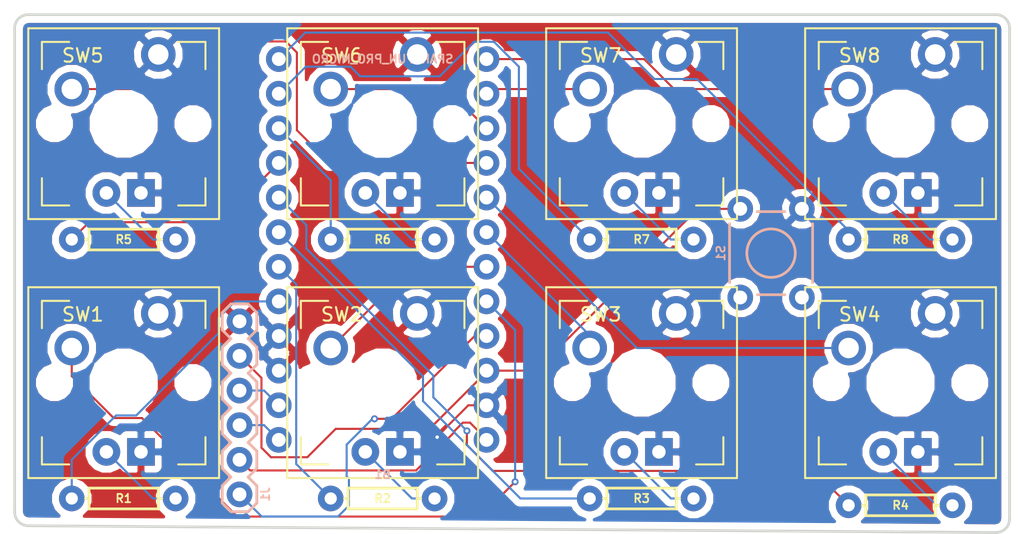
<source format=kicad_pcb>
(kicad_pcb (version 20171130) (host pcbnew 5.0.2-bee76a0~70~ubuntu18.04.1)

  (general
    (thickness 1.6)
    (drawings 8)
    (tracks 130)
    (zones 0)
    (modules 19)
    (nets 31)
  )

  (page A4)
  (layers
    (0 F.Cu signal)
    (31 B.Cu signal)
    (32 B.Adhes user)
    (33 F.Adhes user)
    (34 B.Paste user)
    (35 F.Paste user)
    (36 B.SilkS user)
    (37 F.SilkS user)
    (38 B.Mask user)
    (39 F.Mask user)
    (40 Dwgs.User user)
    (41 Cmts.User user)
    (42 Eco1.User user)
    (43 Eco2.User user)
    (44 Edge.Cuts user)
    (45 Margin user)
    (46 B.CrtYd user)
    (47 F.CrtYd user hide)
    (48 B.Fab user)
    (49 F.Fab user hide)
  )

  (setup
    (last_trace_width 0.1524)
    (trace_clearance 0.254)
    (zone_clearance 0.508)
    (zone_45_only no)
    (trace_min 0.1524)
    (segment_width 0.2)
    (edge_width 0.1)
    (via_size 0.508)
    (via_drill 0.254)
    (via_min_size 0.508)
    (via_min_drill 0.254)
    (uvia_size 0.508)
    (uvia_drill 0.254)
    (uvias_allowed no)
    (uvia_min_size 0.2)
    (uvia_min_drill 0.1)
    (pcb_text_width 0.3)
    (pcb_text_size 1.5 1.5)
    (mod_edge_width 0.15)
    (mod_text_size 1 1)
    (mod_text_width 0.15)
    (pad_size 1.5 1.5)
    (pad_drill 0.6)
    (pad_to_mask_clearance 0.0508)
    (solder_mask_min_width 0.25)
    (aux_axis_origin 0 0)
    (visible_elements FFFFF77F)
    (pcbplotparams
      (layerselection 0x010fc_ffffffff)
      (usegerberextensions false)
      (usegerberattributes false)
      (usegerberadvancedattributes false)
      (creategerberjobfile false)
      (excludeedgelayer true)
      (linewidth 0.100000)
      (plotframeref false)
      (viasonmask false)
      (mode 1)
      (useauxorigin false)
      (hpglpennumber 1)
      (hpglpenspeed 20)
      (hpglpendiameter 15.000000)
      (psnegative false)
      (psa4output false)
      (plotreference true)
      (plotvalue true)
      (plotinvisibletext false)
      (padsonsilk false)
      (subtractmaskfromsilk false)
      (outputformat 1)
      (mirror false)
      (drillshape 1)
      (scaleselection 1)
      (outputdirectory ""))
  )

  (net 0 "")
  (net 1 TX)
  (net 2 RX)
  (net 3 GND)
  (net 4 LED1)
  (net 5 LED2)
  (net 6 LED3)
  (net 7 LED4)
  (net 8 LED5)
  (net 9 LED6)
  (net 10 LED7)
  (net 11 LED8)
  (net 12 KEY8)
  (net 13 KEY7)
  (net 14 KEY6)
  (net 15 KEY5)
  (net 16 KEY4)
  (net 17 KEY3)
  (net 18 KEY2)
  (net 19 KEY1)
  (net 20 VCC)
  (net 21 RESET)
  (net 22 VIN)
  (net 23 "Net-(R1-PadP$2)")
  (net 24 "Net-(R2-PadP$2)")
  (net 25 "Net-(R3-PadP$2)")
  (net 26 "Net-(R4-PadP$2)")
  (net 27 "Net-(R5-PadP$2)")
  (net 28 "Net-(R6-PadP$2)")
  (net 29 "Net-(R7-PadP$2)")
  (net 30 "Net-(R8-PadP$2)")

  (net_class Default "This is the default net class."
    (clearance 0.254)
    (trace_width 0.1524)
    (via_dia 0.508)
    (via_drill 0.254)
    (uvia_dia 0.508)
    (uvia_drill 0.254)
    (diff_pair_gap 0.254)
    (diff_pair_width 0.254)
    (add_net GND)
    (add_net KEY1)
    (add_net KEY2)
    (add_net KEY3)
    (add_net KEY4)
    (add_net KEY5)
    (add_net KEY6)
    (add_net KEY7)
    (add_net KEY8)
    (add_net LED1)
    (add_net LED2)
    (add_net LED3)
    (add_net LED4)
    (add_net LED5)
    (add_net LED6)
    (add_net LED7)
    (add_net LED8)
    (add_net "Net-(R1-PadP$2)")
    (add_net "Net-(R2-PadP$2)")
    (add_net "Net-(R3-PadP$2)")
    (add_net "Net-(R4-PadP$2)")
    (add_net "Net-(R5-PadP$2)")
    (add_net "Net-(R6-PadP$2)")
    (add_net "Net-(R7-PadP$2)")
    (add_net "Net-(R8-PadP$2)")
    (add_net RESET)
    (add_net RX)
    (add_net TX)
    (add_net VCC)
    (add_net VIN)
  )

  (module libkeyswitch-1_0_0:MX_LED (layer F.Cu) (tedit 5C50BA14) (tstamp 5C6B6991)
    (at 128 95)
    (path /5C62C44F)
    (fp_text reference SW1 (at -3 -5) (layer F.SilkS)
      (effects (font (size 1 1) (thickness 0.15)))
    )
    (fp_text value MOMENTARY-SWITCH-SPST-LED-PTH-CHERRY (at 0 -8) (layer F.Fab)
      (effects (font (size 1 1) (thickness 0.15)))
    )
    (fp_line (start -6 6) (end -6 4) (layer F.SilkS) (width 0.15))
    (fp_line (start -4 6) (end -6 6) (layer F.SilkS) (width 0.15))
    (fp_line (start 6 6) (end 4 6) (layer F.SilkS) (width 0.15))
    (fp_line (start 6 4) (end 6 6) (layer F.SilkS) (width 0.15))
    (fp_line (start 6 -6) (end 6 -4) (layer F.SilkS) (width 0.15))
    (fp_line (start 4 -6) (end 6 -6) (layer F.SilkS) (width 0.15))
    (fp_line (start -6 -6) (end -4 -6) (layer F.SilkS) (width 0.15))
    (fp_line (start -6 -4) (end -6 -6) (layer F.SilkS) (width 0.15))
    (fp_line (start 7 -7) (end -7 -7) (layer F.SilkS) (width 0.15))
    (fp_line (start 7 7) (end 7 -7) (layer F.SilkS) (width 0.15))
    (fp_line (start -7 7) (end 7 7) (layer F.SilkS) (width 0.15))
    (fp_line (start -7 -7) (end -7 7) (layer F.SilkS) (width 0.15))
    (fp_line (start -9 -9) (end 9 -9) (layer F.CrtYd) (width 0.15))
    (fp_line (start 9 -9) (end 9 9) (layer F.CrtYd) (width 0.15))
    (fp_line (start 9 9) (end -9 9) (layer F.CrtYd) (width 0.15))
    (fp_line (start -9 9) (end -9 -9) (layer F.CrtYd) (width 0.15))
    (pad "" np_thru_hole circle (at 5.08 0) (size 1.7018 1.7018) (drill 1.7018) (layers *.Cu *.Mask))
    (pad "" np_thru_hole circle (at -5.08 0) (size 1.7018 1.7018) (drill 1.7018) (layers *.Cu *.Mask))
    (pad "" np_thru_hole circle (at 0 0) (size 3.9878 3.9878) (drill 3.9878) (layers *.Cu *.Mask))
    (pad S1 thru_hole circle (at -3.81 -2.54) (size 2.54 2.54) (drill 1.4986) (layers *.Cu *.Mask)
      (net 19 KEY1))
    (pad S2 thru_hole circle (at 2.54 -5.08) (size 2.54 2.54) (drill 1.4986) (layers *.Cu *.Mask)
      (net 3 GND))
    (pad K thru_hole rect (at 1.27 5.08) (size 2.032 2.032) (drill 0.9906) (layers *.Cu *.Mask)
      (net 3 GND))
    (pad A thru_hole circle (at -1.27 5.08) (size 2.032 2.032) (drill 0.9906) (layers *.Cu *.Mask)
      (net 23 "Net-(R1-PadP$2)"))
  )

  (module Boards:SPARKFUN_PRO_MICRO (layer B.Cu) (tedit 200000) (tstamp 5C6B68BA)
    (at 147 86.5)
    (descr "SPARKFUN PRO MICO FOOTPRINT (WITH USB CONNECTOR)")
    (tags "SPARKFUN PRO MICO FOOTPRINT (WITH USB CONNECTOR)")
    (path /5C4E3640)
    (attr virtual)
    (fp_text reference B1 (at 0 15.24) (layer B.SilkS)
      (effects (font (size 0.6096 0.6096) (thickness 0.127)) (justify mirror))
    )
    (fp_text value SPARKFUN_PRO_MICRO (at 0 -15.24) (layer B.SilkS)
      (effects (font (size 0.6096 0.6096) (thickness 0.127)) (justify mirror))
    )
    (fp_line (start -8.89 16.51) (end -8.89 -16.51) (layer Dwgs.User) (width 0.127))
    (fp_line (start -8.89 -16.51) (end 8.89 -16.51) (layer Dwgs.User) (width 0.127))
    (fp_line (start 8.89 -16.51) (end 8.89 16.51) (layer Dwgs.User) (width 0.127))
    (fp_line (start 8.89 16.51) (end -8.89 16.51) (layer Dwgs.User) (width 0.127))
    (fp_line (start -3.81 16.51) (end -3.81 17.78) (layer Dwgs.User) (width 0.127))
    (fp_line (start -3.81 17.78) (end 3.81 17.78) (layer Dwgs.User) (width 0.127))
    (fp_line (start 3.81 17.78) (end 3.81 16.51) (layer Dwgs.User) (width 0.127))
    (fp_text user USB (at -0.0508 16.9164) (layer Dwgs.User)
      (effects (font (size 0.8128 0.8128) (thickness 0.1524)))
    )
    (pad 1 thru_hole circle (at -7.62 12.7) (size 1.8796 1.8796) (drill 1.016) (layers *.Cu *.Mask)
      (net 1 TX) (solder_mask_margin 0.1016))
    (pad 2 thru_hole circle (at -7.62 10.16) (size 1.8796 1.8796) (drill 1.016) (layers *.Cu *.Mask)
      (net 2 RX) (solder_mask_margin 0.1016))
    (pad 3 thru_hole circle (at -7.62 7.62) (size 1.8796 1.8796) (drill 1.016) (layers *.Cu *.Mask)
      (net 3 GND) (solder_mask_margin 0.1016))
    (pad 4 thru_hole circle (at -7.62 5.08) (size 1.8796 1.8796) (drill 1.016) (layers *.Cu *.Mask)
      (net 3 GND) (solder_mask_margin 0.1016))
    (pad 5 thru_hole circle (at -7.62 2.54) (size 1.8796 1.8796) (drill 1.016) (layers *.Cu *.Mask)
      (net 4 LED1) (solder_mask_margin 0.1016))
    (pad 6 thru_hole circle (at -7.62 0) (size 1.8796 1.8796) (drill 1.016) (layers *.Cu *.Mask)
      (net 5 LED2) (solder_mask_margin 0.1016))
    (pad 7 thru_hole circle (at -7.62 -2.54) (size 1.8796 1.8796) (drill 1.016) (layers *.Cu *.Mask)
      (net 6 LED3) (solder_mask_margin 0.1016))
    (pad 8 thru_hole circle (at -7.62 -5.08) (size 1.8796 1.8796) (drill 1.016) (layers *.Cu *.Mask)
      (net 7 LED4) (solder_mask_margin 0.1016))
    (pad 9 thru_hole circle (at -7.62 -7.62) (size 1.8796 1.8796) (drill 1.016) (layers *.Cu *.Mask)
      (net 8 LED5) (solder_mask_margin 0.1016))
    (pad 10 thru_hole circle (at -7.62 -10.16) (size 1.8796 1.8796) (drill 1.016) (layers *.Cu *.Mask)
      (net 9 LED6) (solder_mask_margin 0.1016))
    (pad 11 thru_hole circle (at -7.62 -12.7) (size 1.8796 1.8796) (drill 1.016) (layers *.Cu *.Mask)
      (net 10 LED7) (solder_mask_margin 0.1016))
    (pad 12 thru_hole circle (at -7.62 -15.24) (size 1.8796 1.8796) (drill 1.016) (layers *.Cu *.Mask)
      (net 11 LED8) (solder_mask_margin 0.1016))
    (pad 13 thru_hole circle (at 7.62 -15.24) (size 1.8796 1.8796) (drill 1.016) (layers *.Cu *.Mask)
      (net 12 KEY8) (solder_mask_margin 0.1016))
    (pad 14 thru_hole circle (at 7.62 -12.7) (size 1.8796 1.8796) (drill 1.016) (layers *.Cu *.Mask)
      (net 13 KEY7) (solder_mask_margin 0.1016))
    (pad 15 thru_hole circle (at 7.62 -10.16) (size 1.8796 1.8796) (drill 1.016) (layers *.Cu *.Mask)
      (net 14 KEY6) (solder_mask_margin 0.1016))
    (pad 16 thru_hole circle (at 7.62 -7.62) (size 1.8796 1.8796) (drill 1.016) (layers *.Cu *.Mask)
      (net 15 KEY5) (solder_mask_margin 0.1016))
    (pad 17 thru_hole circle (at 7.62 -5.08) (size 1.8796 1.8796) (drill 1.016) (layers *.Cu *.Mask)
      (net 16 KEY4) (solder_mask_margin 0.1016))
    (pad 18 thru_hole circle (at 7.62 -2.54) (size 1.8796 1.8796) (drill 1.016) (layers *.Cu *.Mask)
      (net 17 KEY3) (solder_mask_margin 0.1016))
    (pad 19 thru_hole circle (at 7.62 0) (size 1.8796 1.8796) (drill 1.016) (layers *.Cu *.Mask)
      (net 18 KEY2) (solder_mask_margin 0.1016))
    (pad 20 thru_hole circle (at 7.62 2.54) (size 1.8796 1.8796) (drill 1.016) (layers *.Cu *.Mask)
      (net 19 KEY1) (solder_mask_margin 0.1016))
    (pad 21 thru_hole circle (at 7.62 5.08) (size 1.8796 1.8796) (drill 1.016) (layers *.Cu *.Mask)
      (net 20 VCC) (solder_mask_margin 0.1016))
    (pad 22 thru_hole circle (at 7.62 7.62) (size 1.8796 1.8796) (drill 1.016) (layers *.Cu *.Mask)
      (net 21 RESET) (solder_mask_margin 0.1016))
    (pad 23 thru_hole circle (at 7.62 10.16) (size 1.8796 1.8796) (drill 1.016) (layers *.Cu *.Mask)
      (net 3 GND) (solder_mask_margin 0.1016))
    (pad 24 thru_hole circle (at 7.62 12.7) (size 1.8796 1.8796) (drill 1.016) (layers *.Cu *.Mask)
      (net 22 VIN) (solder_mask_margin 0.1016))
  )

  (module Connectors:1X06 (layer B.Cu) (tedit 5C6B6671) (tstamp 5C6B68EA)
    (at 136.5 103.2 90)
    (descr "PLATED THROUGH HOLE - 6 PIN")
    (tags "PLATED THROUGH HOLE - 6 PIN")
    (path /5C608D79)
    (attr virtual)
    (fp_text reference J1 (at 0 1.905 90) (layer B.SilkS)
      (effects (font (size 0.6096 0.6096) (thickness 0.127)) (justify mirror))
    )
    (fp_text value CONN_06NO_SILK_FEMALE_PTH (at 0 -1.905 90) (layer B.SilkS) hide
      (effects (font (size 0.6096 0.6096) (thickness 0.127)) (justify mirror))
    )
    (fp_line (start 11.43 0.635) (end 12.065 1.27) (layer B.SilkS) (width 0.2032))
    (fp_line (start 12.065 1.27) (end 13.335 1.27) (layer B.SilkS) (width 0.2032))
    (fp_line (start 13.335 1.27) (end 13.97 0.635) (layer B.SilkS) (width 0.2032))
    (fp_line (start 13.97 -0.635) (end 13.335 -1.27) (layer B.SilkS) (width 0.2032))
    (fp_line (start 13.335 -1.27) (end 12.065 -1.27) (layer B.SilkS) (width 0.2032))
    (fp_line (start 12.065 -1.27) (end 11.43 -0.635) (layer B.SilkS) (width 0.2032))
    (fp_line (start 6.985 1.27) (end 8.255 1.27) (layer B.SilkS) (width 0.2032))
    (fp_line (start 8.255 1.27) (end 8.89 0.635) (layer B.SilkS) (width 0.2032))
    (fp_line (start 8.89 -0.635) (end 8.255 -1.27) (layer B.SilkS) (width 0.2032))
    (fp_line (start 8.89 0.635) (end 9.525 1.27) (layer B.SilkS) (width 0.2032))
    (fp_line (start 9.525 1.27) (end 10.795 1.27) (layer B.SilkS) (width 0.2032))
    (fp_line (start 10.795 1.27) (end 11.43 0.635) (layer B.SilkS) (width 0.2032))
    (fp_line (start 11.43 -0.635) (end 10.795 -1.27) (layer B.SilkS) (width 0.2032))
    (fp_line (start 10.795 -1.27) (end 9.525 -1.27) (layer B.SilkS) (width 0.2032))
    (fp_line (start 9.525 -1.27) (end 8.89 -0.635) (layer B.SilkS) (width 0.2032))
    (fp_line (start 3.81 0.635) (end 4.445 1.27) (layer B.SilkS) (width 0.2032))
    (fp_line (start 4.445 1.27) (end 5.715 1.27) (layer B.SilkS) (width 0.2032))
    (fp_line (start 5.715 1.27) (end 6.35 0.635) (layer B.SilkS) (width 0.2032))
    (fp_line (start 6.35 -0.635) (end 5.715 -1.27) (layer B.SilkS) (width 0.2032))
    (fp_line (start 5.715 -1.27) (end 4.445 -1.27) (layer B.SilkS) (width 0.2032))
    (fp_line (start 4.445 -1.27) (end 3.81 -0.635) (layer B.SilkS) (width 0.2032))
    (fp_line (start 6.985 1.27) (end 6.35 0.635) (layer B.SilkS) (width 0.2032))
    (fp_line (start 6.35 -0.635) (end 6.985 -1.27) (layer B.SilkS) (width 0.2032))
    (fp_line (start 8.255 -1.27) (end 6.985 -1.27) (layer B.SilkS) (width 0.2032))
    (fp_line (start -0.635 1.27) (end 0.635 1.27) (layer B.SilkS) (width 0.2032))
    (fp_line (start 0.635 1.27) (end 1.27 0.635) (layer B.SilkS) (width 0.2032))
    (fp_line (start 1.27 -0.635) (end 0.635 -1.27) (layer B.SilkS) (width 0.2032))
    (fp_line (start 1.27 0.635) (end 1.905 1.27) (layer B.SilkS) (width 0.2032))
    (fp_line (start 1.905 1.27) (end 3.175 1.27) (layer B.SilkS) (width 0.2032))
    (fp_line (start 3.175 1.27) (end 3.81 0.635) (layer B.SilkS) (width 0.2032))
    (fp_line (start 3.81 -0.635) (end 3.175 -1.27) (layer B.SilkS) (width 0.2032))
    (fp_line (start 3.175 -1.27) (end 1.905 -1.27) (layer B.SilkS) (width 0.2032))
    (fp_line (start 1.905 -1.27) (end 1.27 -0.635) (layer B.SilkS) (width 0.2032))
    (fp_line (start -1.27 0.635) (end -1.27 -0.635) (layer B.SilkS) (width 0.2032))
    (fp_line (start -0.635 1.27) (end -1.27 0.635) (layer B.SilkS) (width 0.2032))
    (fp_line (start -1.27 -0.635) (end -0.635 -1.27) (layer B.SilkS) (width 0.2032))
    (fp_line (start 0.635 -1.27) (end -0.635 -1.27) (layer B.SilkS) (width 0.2032))
    (fp_line (start 13.97 0.635) (end 13.97 -0.635) (layer B.SilkS) (width 0.2032))
    (pad 1 thru_hole circle (at 0 0 90) (size 1.8796 1.8796) (drill 1.016) (layers *.Cu *.Mask)
      (net 20 VCC) (solder_mask_margin 0.1016))
    (pad 2 thru_hole circle (at 2.54 0 90) (size 1.8796 1.8796) (drill 1.016) (layers *.Cu *.Mask)
      (net 22 VIN) (solder_mask_margin 0.1016))
    (pad 3 thru_hole circle (at 5.08 0 90) (size 1.8796 1.8796) (drill 1.016) (layers *.Cu *.Mask)
      (net 1 TX) (solder_mask_margin 0.1016))
    (pad 4 thru_hole circle (at 7.62 0 90) (size 1.8796 1.8796) (drill 1.016) (layers *.Cu *.Mask)
      (net 2 RX) (solder_mask_margin 0.1016))
    (pad 5 thru_hole circle (at 10.16 0 90) (size 1.8796 1.8796) (drill 1.016) (layers *.Cu *.Mask)
      (net 21 RESET) (solder_mask_margin 0.1016))
    (pad 6 thru_hole circle (at 12.7 0 90) (size 1.8796 1.8796) (drill 1.016) (layers *.Cu *.Mask)
      (net 3 GND) (solder_mask_margin 0.1016))
  )

  (module Resistors:AXIAL-0.3 (layer F.Cu) (tedit 5C6B668D) (tstamp 5C6B68F8)
    (at 128 103.5)
    (descr AXIAL-0.3)
    (tags AXIAL-0.3)
    (path /5C62D37B)
    (attr virtual)
    (fp_text reference R1 (at 0 0) (layer F.SilkS)
      (effects (font (size 0.6096 0.6096) (thickness 0.127)))
    )
    (fp_text value RESISTORAXIAL-0.3 (at 0 1.397) (layer F.SilkS) hide
      (effects (font (size 0.6096 0.6096) (thickness 0.127)))
    )
    (fp_line (start -2.54 -0.762) (end 2.54 -0.762) (layer F.SilkS) (width 0.2032))
    (fp_line (start 2.54 -0.762) (end 2.54 0) (layer F.SilkS) (width 0.2032))
    (fp_line (start 2.54 0) (end 2.54 0.762) (layer F.SilkS) (width 0.2032))
    (fp_line (start 2.54 0.762) (end -2.54 0.762) (layer F.SilkS) (width 0.2032))
    (fp_line (start -2.54 0.762) (end -2.54 0) (layer F.SilkS) (width 0.2032))
    (fp_line (start -2.54 0) (end -2.54 -0.762) (layer F.SilkS) (width 0.2032))
    (fp_line (start 2.54 0) (end 2.794 0) (layer F.SilkS) (width 0.2032))
    (fp_line (start -2.54 0) (end -2.794 0) (layer F.SilkS) (width 0.2032))
    (pad P$1 thru_hole circle (at -3.81 0) (size 1.8796 1.8796) (drill 0.89916) (layers *.Cu *.Mask)
      (net 4 LED1) (solder_mask_margin 0.1016))
    (pad P$2 thru_hole circle (at 3.81 0) (size 1.8796 1.8796) (drill 0.89916) (layers *.Cu *.Mask)
      (net 23 "Net-(R1-PadP$2)") (solder_mask_margin 0.1016))
  )

  (module Resistors:AXIAL-0.3 (layer F.Cu) (tedit 5C6B669A) (tstamp 5C6B6906)
    (at 147 103.5)
    (descr AXIAL-0.3)
    (tags AXIAL-0.3)
    (path /5C53424C)
    (attr virtual)
    (fp_text reference R2 (at 0 0) (layer F.SilkS)
      (effects (font (size 0.6096 0.6096) (thickness 0.127)))
    )
    (fp_text value RESISTORAXIAL-0.3 (at 0 1.397) (layer F.SilkS) hide
      (effects (font (size 0.6096 0.6096) (thickness 0.127)))
    )
    (fp_line (start -2.54 -0.762) (end 2.54 -0.762) (layer F.SilkS) (width 0.2032))
    (fp_line (start 2.54 -0.762) (end 2.54 0) (layer F.SilkS) (width 0.2032))
    (fp_line (start 2.54 0) (end 2.54 0.762) (layer F.SilkS) (width 0.2032))
    (fp_line (start 2.54 0.762) (end -2.54 0.762) (layer F.SilkS) (width 0.2032))
    (fp_line (start -2.54 0.762) (end -2.54 0) (layer F.SilkS) (width 0.2032))
    (fp_line (start -2.54 0) (end -2.54 -0.762) (layer F.SilkS) (width 0.2032))
    (fp_line (start 2.54 0) (end 2.794 0) (layer F.SilkS) (width 0.2032))
    (fp_line (start -2.54 0) (end -2.794 0) (layer F.SilkS) (width 0.2032))
    (pad P$1 thru_hole circle (at -3.81 0) (size 1.8796 1.8796) (drill 0.89916) (layers *.Cu *.Mask)
      (net 5 LED2) (solder_mask_margin 0.1016))
    (pad P$2 thru_hole circle (at 3.81 0) (size 1.8796 1.8796) (drill 0.89916) (layers *.Cu *.Mask)
      (net 24 "Net-(R2-PadP$2)") (solder_mask_margin 0.1016))
  )

  (module Resistors:AXIAL-0.3 (layer F.Cu) (tedit 5C6B6695) (tstamp 5C6B6914)
    (at 166 103.5)
    (descr AXIAL-0.3)
    (tags AXIAL-0.3)
    (path /5C5360C8)
    (attr virtual)
    (fp_text reference R3 (at 0 0) (layer F.SilkS)
      (effects (font (size 0.6096 0.6096) (thickness 0.127)))
    )
    (fp_text value RESISTORAXIAL-0.3 (at 0 1.397) (layer F.SilkS) hide
      (effects (font (size 0.6096 0.6096) (thickness 0.127)))
    )
    (fp_line (start -2.54 0) (end -2.794 0) (layer F.SilkS) (width 0.2032))
    (fp_line (start 2.54 0) (end 2.794 0) (layer F.SilkS) (width 0.2032))
    (fp_line (start -2.54 0) (end -2.54 -0.762) (layer F.SilkS) (width 0.2032))
    (fp_line (start -2.54 0.762) (end -2.54 0) (layer F.SilkS) (width 0.2032))
    (fp_line (start 2.54 0.762) (end -2.54 0.762) (layer F.SilkS) (width 0.2032))
    (fp_line (start 2.54 0) (end 2.54 0.762) (layer F.SilkS) (width 0.2032))
    (fp_line (start 2.54 -0.762) (end 2.54 0) (layer F.SilkS) (width 0.2032))
    (fp_line (start -2.54 -0.762) (end 2.54 -0.762) (layer F.SilkS) (width 0.2032))
    (pad P$2 thru_hole circle (at 3.81 0) (size 1.8796 1.8796) (drill 0.89916) (layers *.Cu *.Mask)
      (net 25 "Net-(R3-PadP$2)") (solder_mask_margin 0.1016))
    (pad P$1 thru_hole circle (at -3.81 0) (size 1.8796 1.8796) (drill 0.89916) (layers *.Cu *.Mask)
      (net 6 LED3) (solder_mask_margin 0.1016))
  )

  (module Resistors:AXIAL-0.3 (layer F.Cu) (tedit 5C6B6689) (tstamp 5C6B6922)
    (at 185 104)
    (descr AXIAL-0.3)
    (tags AXIAL-0.3)
    (path /5C5360F8)
    (attr virtual)
    (fp_text reference R4 (at 0 0) (layer F.SilkS)
      (effects (font (size 0.6096 0.6096) (thickness 0.127)))
    )
    (fp_text value RESISTORAXIAL-0.3 (at 0 1.397) (layer F.SilkS) hide
      (effects (font (size 0.6096 0.6096) (thickness 0.127)))
    )
    (fp_line (start -2.54 -0.762) (end 2.54 -0.762) (layer F.SilkS) (width 0.2032))
    (fp_line (start 2.54 -0.762) (end 2.54 0) (layer F.SilkS) (width 0.2032))
    (fp_line (start 2.54 0) (end 2.54 0.762) (layer F.SilkS) (width 0.2032))
    (fp_line (start 2.54 0.762) (end -2.54 0.762) (layer F.SilkS) (width 0.2032))
    (fp_line (start -2.54 0.762) (end -2.54 0) (layer F.SilkS) (width 0.2032))
    (fp_line (start -2.54 0) (end -2.54 -0.762) (layer F.SilkS) (width 0.2032))
    (fp_line (start 2.54 0) (end 2.794 0) (layer F.SilkS) (width 0.2032))
    (fp_line (start -2.54 0) (end -2.794 0) (layer F.SilkS) (width 0.2032))
    (pad P$1 thru_hole circle (at -3.81 0) (size 1.8796 1.8796) (drill 0.89916) (layers *.Cu *.Mask)
      (net 7 LED4) (solder_mask_margin 0.1016))
    (pad P$2 thru_hole circle (at 3.81 0) (size 1.8796 1.8796) (drill 0.89916) (layers *.Cu *.Mask)
      (net 26 "Net-(R4-PadP$2)") (solder_mask_margin 0.1016))
  )

  (module Resistors:AXIAL-0.3 (layer F.Cu) (tedit 5C6B6686) (tstamp 5C6B6930)
    (at 128 84.5)
    (descr AXIAL-0.3)
    (tags AXIAL-0.3)
    (path /5C532EE6)
    (attr virtual)
    (fp_text reference R5 (at 0 0) (layer F.SilkS)
      (effects (font (size 0.6096 0.6096) (thickness 0.127)))
    )
    (fp_text value RESISTORAXIAL-0.3 (at 0 1.397) (layer F.SilkS) hide
      (effects (font (size 0.6096 0.6096) (thickness 0.127)))
    )
    (fp_line (start -2.54 -0.762) (end 2.54 -0.762) (layer F.SilkS) (width 0.2032))
    (fp_line (start 2.54 -0.762) (end 2.54 0) (layer F.SilkS) (width 0.2032))
    (fp_line (start 2.54 0) (end 2.54 0.762) (layer F.SilkS) (width 0.2032))
    (fp_line (start 2.54 0.762) (end -2.54 0.762) (layer F.SilkS) (width 0.2032))
    (fp_line (start -2.54 0.762) (end -2.54 0) (layer F.SilkS) (width 0.2032))
    (fp_line (start -2.54 0) (end -2.54 -0.762) (layer F.SilkS) (width 0.2032))
    (fp_line (start 2.54 0) (end 2.794 0) (layer F.SilkS) (width 0.2032))
    (fp_line (start -2.54 0) (end -2.794 0) (layer F.SilkS) (width 0.2032))
    (pad P$1 thru_hole circle (at -3.81 0) (size 1.8796 1.8796) (drill 0.89916) (layers *.Cu *.Mask)
      (net 8 LED5) (solder_mask_margin 0.1016))
    (pad P$2 thru_hole circle (at 3.81 0) (size 1.8796 1.8796) (drill 0.89916) (layers *.Cu *.Mask)
      (net 27 "Net-(R5-PadP$2)") (solder_mask_margin 0.1016))
  )

  (module Resistors:AXIAL-0.3 (layer F.Cu) (tedit 5C6B6693) (tstamp 5C6B693E)
    (at 147 84.5)
    (descr AXIAL-0.3)
    (tags AXIAL-0.3)
    (path /5C534264)
    (attr virtual)
    (fp_text reference R6 (at 0 0) (layer F.SilkS)
      (effects (font (size 0.6096 0.6096) (thickness 0.127)))
    )
    (fp_text value RESISTORAXIAL-0.3 (at 0 1.397) (layer F.SilkS) hide
      (effects (font (size 0.6096 0.6096) (thickness 0.127)))
    )
    (fp_line (start -2.54 0) (end -2.794 0) (layer F.SilkS) (width 0.2032))
    (fp_line (start 2.54 0) (end 2.794 0) (layer F.SilkS) (width 0.2032))
    (fp_line (start -2.54 0) (end -2.54 -0.762) (layer F.SilkS) (width 0.2032))
    (fp_line (start -2.54 0.762) (end -2.54 0) (layer F.SilkS) (width 0.2032))
    (fp_line (start 2.54 0.762) (end -2.54 0.762) (layer F.SilkS) (width 0.2032))
    (fp_line (start 2.54 0) (end 2.54 0.762) (layer F.SilkS) (width 0.2032))
    (fp_line (start 2.54 -0.762) (end 2.54 0) (layer F.SilkS) (width 0.2032))
    (fp_line (start -2.54 -0.762) (end 2.54 -0.762) (layer F.SilkS) (width 0.2032))
    (pad P$2 thru_hole circle (at 3.81 0) (size 1.8796 1.8796) (drill 0.89916) (layers *.Cu *.Mask)
      (net 28 "Net-(R6-PadP$2)") (solder_mask_margin 0.1016))
    (pad P$1 thru_hole circle (at -3.81 0) (size 1.8796 1.8796) (drill 0.89916) (layers *.Cu *.Mask)
      (net 9 LED6) (solder_mask_margin 0.1016))
  )

  (module Resistors:AXIAL-0.3 (layer F.Cu) (tedit 5C6B6691) (tstamp 5C6B694C)
    (at 166 84.5)
    (descr AXIAL-0.3)
    (tags AXIAL-0.3)
    (path /5C5360E0)
    (attr virtual)
    (fp_text reference R7 (at 0 0) (layer F.SilkS)
      (effects (font (size 0.6096 0.6096) (thickness 0.127)))
    )
    (fp_text value RESISTORAXIAL-0.3 (at 0 1.397) (layer F.SilkS) hide
      (effects (font (size 0.6096 0.6096) (thickness 0.127)))
    )
    (fp_line (start -2.54 0) (end -2.794 0) (layer F.SilkS) (width 0.2032))
    (fp_line (start 2.54 0) (end 2.794 0) (layer F.SilkS) (width 0.2032))
    (fp_line (start -2.54 0) (end -2.54 -0.762) (layer F.SilkS) (width 0.2032))
    (fp_line (start -2.54 0.762) (end -2.54 0) (layer F.SilkS) (width 0.2032))
    (fp_line (start 2.54 0.762) (end -2.54 0.762) (layer F.SilkS) (width 0.2032))
    (fp_line (start 2.54 0) (end 2.54 0.762) (layer F.SilkS) (width 0.2032))
    (fp_line (start 2.54 -0.762) (end 2.54 0) (layer F.SilkS) (width 0.2032))
    (fp_line (start -2.54 -0.762) (end 2.54 -0.762) (layer F.SilkS) (width 0.2032))
    (pad P$2 thru_hole circle (at 3.81 0) (size 1.8796 1.8796) (drill 0.89916) (layers *.Cu *.Mask)
      (net 29 "Net-(R7-PadP$2)") (solder_mask_margin 0.1016))
    (pad P$1 thru_hole circle (at -3.81 0) (size 1.8796 1.8796) (drill 0.89916) (layers *.Cu *.Mask)
      (net 10 LED7) (solder_mask_margin 0.1016))
  )

  (module Resistors:AXIAL-0.3 (layer F.Cu) (tedit 5C6B669E) (tstamp 5C6B695A)
    (at 185 84.5)
    (descr AXIAL-0.3)
    (tags AXIAL-0.3)
    (path /5C536110)
    (attr virtual)
    (fp_text reference R8 (at 0 0) (layer F.SilkS)
      (effects (font (size 0.6096 0.6096) (thickness 0.127)))
    )
    (fp_text value RESISTORAXIAL-0.3 (at 0 1.397) (layer F.SilkS) hide
      (effects (font (size 0.6096 0.6096) (thickness 0.127)))
    )
    (fp_line (start -2.54 0) (end -2.794 0) (layer F.SilkS) (width 0.2032))
    (fp_line (start 2.54 0) (end 2.794 0) (layer F.SilkS) (width 0.2032))
    (fp_line (start -2.54 0) (end -2.54 -0.762) (layer F.SilkS) (width 0.2032))
    (fp_line (start -2.54 0.762) (end -2.54 0) (layer F.SilkS) (width 0.2032))
    (fp_line (start 2.54 0.762) (end -2.54 0.762) (layer F.SilkS) (width 0.2032))
    (fp_line (start 2.54 0) (end 2.54 0.762) (layer F.SilkS) (width 0.2032))
    (fp_line (start 2.54 -0.762) (end 2.54 0) (layer F.SilkS) (width 0.2032))
    (fp_line (start -2.54 -0.762) (end 2.54 -0.762) (layer F.SilkS) (width 0.2032))
    (pad P$2 thru_hole circle (at 3.81 0) (size 1.8796 1.8796) (drill 0.89916) (layers *.Cu *.Mask)
      (net 30 "Net-(R8-PadP$2)") (solder_mask_margin 0.1016))
    (pad P$1 thru_hole circle (at -3.81 0) (size 1.8796 1.8796) (drill 0.89916) (layers *.Cu *.Mask)
      (net 11 LED8) (solder_mask_margin 0.1016))
  )

  (module Switches:TACTILE_SWITCH_PTH_6.0MM (layer B.Cu) (tedit 5C6B6679) (tstamp 5C6B6976)
    (at 175.5 85.5 270)
    (descr "MOMENTARY SWITCH (PUSHBUTTON) - SPST - PTH, 6.0MM SQUARE")
    (tags "MOMENTARY SWITCH (PUSHBUTTON) - SPST - PTH, 6.0MM SQUARE")
    (path /5C53698D)
    (attr virtual)
    (fp_text reference S1 (at 0 3.683 270) (layer B.SilkS)
      (effects (font (size 0.6096 0.6096) (thickness 0.127)) (justify mirror))
    )
    (fp_text value MOMENTARY-SWITCH-SPST-PTH-6.0MM (at 0 -3.81 270) (layer B.SilkS) hide
      (effects (font (size 0.6096 0.6096) (thickness 0.127)) (justify mirror))
    )
    (fp_line (start 3.048 1.016) (end 3.048 2.54) (layer Dwgs.User) (width 0.2032))
    (fp_line (start 3.048 2.54) (end 2.54 3.048) (layer Dwgs.User) (width 0.2032))
    (fp_line (start 2.54 -3.048) (end 3.048 -2.54) (layer Dwgs.User) (width 0.2032))
    (fp_line (start 3.048 -2.54) (end 3.048 -1.016) (layer Dwgs.User) (width 0.2032))
    (fp_line (start -2.54 3.048) (end -3.048 2.54) (layer Dwgs.User) (width 0.2032))
    (fp_line (start -3.048 2.54) (end -3.048 1.016) (layer Dwgs.User) (width 0.2032))
    (fp_line (start -2.54 -3.048) (end -3.048 -2.54) (layer Dwgs.User) (width 0.2032))
    (fp_line (start -3.048 -2.54) (end -3.048 -1.016) (layer Dwgs.User) (width 0.2032))
    (fp_line (start 2.54 -3.048) (end 2.159 -3.048) (layer Dwgs.User) (width 0.2032))
    (fp_line (start -2.54 -3.048) (end -2.159 -3.048) (layer Dwgs.User) (width 0.2032))
    (fp_line (start -2.54 3.048) (end -2.159 3.048) (layer Dwgs.User) (width 0.2032))
    (fp_line (start 2.54 3.048) (end 2.159 3.048) (layer Dwgs.User) (width 0.2032))
    (fp_line (start 2.159 3.048) (end -2.159 3.048) (layer B.SilkS) (width 0.2032))
    (fp_line (start -2.159 -3.048) (end 2.159 -3.048) (layer B.SilkS) (width 0.2032))
    (fp_line (start 3.048 0.99568) (end 3.048 -1.016) (layer B.SilkS) (width 0.2032))
    (fp_line (start -3.048 1.02616) (end -3.048 -1.016) (layer B.SilkS) (width 0.2032))
    (fp_line (start -2.54 1.27) (end -2.54 0.508) (layer Dwgs.User) (width 0.2032))
    (fp_line (start -2.54 -0.508) (end -2.54 -1.27) (layer Dwgs.User) (width 0.2032))
    (fp_line (start -2.54 0.508) (end -2.159 -0.381) (layer Dwgs.User) (width 0.2032))
    (fp_circle (center 0 0) (end 0 1.778) (layer B.SilkS) (width 0.2032))
    (pad 1 thru_hole circle (at -3.2512 2.2606 270) (size 1.8796 1.8796) (drill 1.016) (layers *.Cu *.Mask)
      (net 21 RESET) (solder_mask_margin 0.1016))
    (pad 2 thru_hole circle (at 3.2512 2.2606 270) (size 1.8796 1.8796) (drill 1.016) (layers *.Cu *.Mask)
      (solder_mask_margin 0.1016))
    (pad 3 thru_hole circle (at -3.2512 -2.2606 270) (size 1.8796 1.8796) (drill 1.016) (layers *.Cu *.Mask)
      (net 3 GND) (solder_mask_margin 0.1016))
    (pad 4 thru_hole circle (at 3.2512 -2.2606 270) (size 1.8796 1.8796) (drill 1.016) (layers *.Cu *.Mask)
      (solder_mask_margin 0.1016))
  )

  (module libkeyswitch-1_0_0:MX_LED (layer F.Cu) (tedit 5C50BA14) (tstamp 5C6B69AC)
    (at 147 95)
    (path /5C534244)
    (fp_text reference SW2 (at -3 -5) (layer F.SilkS)
      (effects (font (size 1 1) (thickness 0.15)))
    )
    (fp_text value MOMENTARY-SWITCH-SPST-LED-PTH-CHERRY (at 0 -8) (layer F.Fab)
      (effects (font (size 1 1) (thickness 0.15)))
    )
    (fp_line (start -6 6) (end -6 4) (layer F.SilkS) (width 0.15))
    (fp_line (start -4 6) (end -6 6) (layer F.SilkS) (width 0.15))
    (fp_line (start 6 6) (end 4 6) (layer F.SilkS) (width 0.15))
    (fp_line (start 6 4) (end 6 6) (layer F.SilkS) (width 0.15))
    (fp_line (start 6 -6) (end 6 -4) (layer F.SilkS) (width 0.15))
    (fp_line (start 4 -6) (end 6 -6) (layer F.SilkS) (width 0.15))
    (fp_line (start -6 -6) (end -4 -6) (layer F.SilkS) (width 0.15))
    (fp_line (start -6 -4) (end -6 -6) (layer F.SilkS) (width 0.15))
    (fp_line (start 7 -7) (end -7 -7) (layer F.SilkS) (width 0.15))
    (fp_line (start 7 7) (end 7 -7) (layer F.SilkS) (width 0.15))
    (fp_line (start -7 7) (end 7 7) (layer F.SilkS) (width 0.15))
    (fp_line (start -7 -7) (end -7 7) (layer F.SilkS) (width 0.15))
    (fp_line (start -9 -9) (end 9 -9) (layer F.CrtYd) (width 0.15))
    (fp_line (start 9 -9) (end 9 9) (layer F.CrtYd) (width 0.15))
    (fp_line (start 9 9) (end -9 9) (layer F.CrtYd) (width 0.15))
    (fp_line (start -9 9) (end -9 -9) (layer F.CrtYd) (width 0.15))
    (pad "" np_thru_hole circle (at 5.08 0) (size 1.7018 1.7018) (drill 1.7018) (layers *.Cu *.Mask))
    (pad "" np_thru_hole circle (at -5.08 0) (size 1.7018 1.7018) (drill 1.7018) (layers *.Cu *.Mask))
    (pad "" np_thru_hole circle (at 0 0) (size 3.9878 3.9878) (drill 3.9878) (layers *.Cu *.Mask))
    (pad S1 thru_hole circle (at -3.81 -2.54) (size 2.54 2.54) (drill 1.4986) (layers *.Cu *.Mask)
      (net 18 KEY2))
    (pad S2 thru_hole circle (at 2.54 -5.08) (size 2.54 2.54) (drill 1.4986) (layers *.Cu *.Mask)
      (net 3 GND))
    (pad K thru_hole rect (at 1.27 5.08) (size 2.032 2.032) (drill 0.9906) (layers *.Cu *.Mask)
      (net 3 GND))
    (pad A thru_hole circle (at -1.27 5.08) (size 2.032 2.032) (drill 0.9906) (layers *.Cu *.Mask)
      (net 24 "Net-(R2-PadP$2)"))
  )

  (module libkeyswitch-1_0_0:MX_LED (layer F.Cu) (tedit 5C50BA14) (tstamp 5C6B69C7)
    (at 166 95)
    (path /5C5360C0)
    (fp_text reference SW3 (at -3 -5) (layer F.SilkS)
      (effects (font (size 1 1) (thickness 0.15)))
    )
    (fp_text value MOMENTARY-SWITCH-SPST-LED-PTH-CHERRY (at 0 -8) (layer F.Fab)
      (effects (font (size 1 1) (thickness 0.15)))
    )
    (fp_line (start -9 9) (end -9 -9) (layer F.CrtYd) (width 0.15))
    (fp_line (start 9 9) (end -9 9) (layer F.CrtYd) (width 0.15))
    (fp_line (start 9 -9) (end 9 9) (layer F.CrtYd) (width 0.15))
    (fp_line (start -9 -9) (end 9 -9) (layer F.CrtYd) (width 0.15))
    (fp_line (start -7 -7) (end -7 7) (layer F.SilkS) (width 0.15))
    (fp_line (start -7 7) (end 7 7) (layer F.SilkS) (width 0.15))
    (fp_line (start 7 7) (end 7 -7) (layer F.SilkS) (width 0.15))
    (fp_line (start 7 -7) (end -7 -7) (layer F.SilkS) (width 0.15))
    (fp_line (start -6 -4) (end -6 -6) (layer F.SilkS) (width 0.15))
    (fp_line (start -6 -6) (end -4 -6) (layer F.SilkS) (width 0.15))
    (fp_line (start 4 -6) (end 6 -6) (layer F.SilkS) (width 0.15))
    (fp_line (start 6 -6) (end 6 -4) (layer F.SilkS) (width 0.15))
    (fp_line (start 6 4) (end 6 6) (layer F.SilkS) (width 0.15))
    (fp_line (start 6 6) (end 4 6) (layer F.SilkS) (width 0.15))
    (fp_line (start -4 6) (end -6 6) (layer F.SilkS) (width 0.15))
    (fp_line (start -6 6) (end -6 4) (layer F.SilkS) (width 0.15))
    (pad A thru_hole circle (at -1.27 5.08) (size 2.032 2.032) (drill 0.9906) (layers *.Cu *.Mask)
      (net 25 "Net-(R3-PadP$2)"))
    (pad K thru_hole rect (at 1.27 5.08) (size 2.032 2.032) (drill 0.9906) (layers *.Cu *.Mask)
      (net 3 GND))
    (pad S2 thru_hole circle (at 2.54 -5.08) (size 2.54 2.54) (drill 1.4986) (layers *.Cu *.Mask)
      (net 3 GND))
    (pad S1 thru_hole circle (at -3.81 -2.54) (size 2.54 2.54) (drill 1.4986) (layers *.Cu *.Mask)
      (net 17 KEY3))
    (pad "" np_thru_hole circle (at 0 0) (size 3.9878 3.9878) (drill 3.9878) (layers *.Cu *.Mask))
    (pad "" np_thru_hole circle (at -5.08 0) (size 1.7018 1.7018) (drill 1.7018) (layers *.Cu *.Mask))
    (pad "" np_thru_hole circle (at 5.08 0) (size 1.7018 1.7018) (drill 1.7018) (layers *.Cu *.Mask))
  )

  (module libkeyswitch-1_0_0:MX_LED (layer F.Cu) (tedit 5C50BA14) (tstamp 5C6B69E2)
    (at 185 95)
    (path /5C5360F0)
    (fp_text reference SW4 (at -3 -5) (layer F.SilkS)
      (effects (font (size 1 1) (thickness 0.15)))
    )
    (fp_text value MOMENTARY-SWITCH-SPST-LED-PTH-CHERRY (at 0 -8) (layer F.Fab)
      (effects (font (size 1 1) (thickness 0.15)))
    )
    (fp_line (start -9 9) (end -9 -9) (layer F.CrtYd) (width 0.15))
    (fp_line (start 9 9) (end -9 9) (layer F.CrtYd) (width 0.15))
    (fp_line (start 9 -9) (end 9 9) (layer F.CrtYd) (width 0.15))
    (fp_line (start -9 -9) (end 9 -9) (layer F.CrtYd) (width 0.15))
    (fp_line (start -7 -7) (end -7 7) (layer F.SilkS) (width 0.15))
    (fp_line (start -7 7) (end 7 7) (layer F.SilkS) (width 0.15))
    (fp_line (start 7 7) (end 7 -7) (layer F.SilkS) (width 0.15))
    (fp_line (start 7 -7) (end -7 -7) (layer F.SilkS) (width 0.15))
    (fp_line (start -6 -4) (end -6 -6) (layer F.SilkS) (width 0.15))
    (fp_line (start -6 -6) (end -4 -6) (layer F.SilkS) (width 0.15))
    (fp_line (start 4 -6) (end 6 -6) (layer F.SilkS) (width 0.15))
    (fp_line (start 6 -6) (end 6 -4) (layer F.SilkS) (width 0.15))
    (fp_line (start 6 4) (end 6 6) (layer F.SilkS) (width 0.15))
    (fp_line (start 6 6) (end 4 6) (layer F.SilkS) (width 0.15))
    (fp_line (start -4 6) (end -6 6) (layer F.SilkS) (width 0.15))
    (fp_line (start -6 6) (end -6 4) (layer F.SilkS) (width 0.15))
    (pad A thru_hole circle (at -1.27 5.08) (size 2.032 2.032) (drill 0.9906) (layers *.Cu *.Mask)
      (net 26 "Net-(R4-PadP$2)"))
    (pad K thru_hole rect (at 1.27 5.08) (size 2.032 2.032) (drill 0.9906) (layers *.Cu *.Mask)
      (net 3 GND))
    (pad S2 thru_hole circle (at 2.54 -5.08) (size 2.54 2.54) (drill 1.4986) (layers *.Cu *.Mask)
      (net 3 GND))
    (pad S1 thru_hole circle (at -3.81 -2.54) (size 2.54 2.54) (drill 1.4986) (layers *.Cu *.Mask)
      (net 16 KEY4))
    (pad "" np_thru_hole circle (at 0 0) (size 3.9878 3.9878) (drill 3.9878) (layers *.Cu *.Mask))
    (pad "" np_thru_hole circle (at -5.08 0) (size 1.7018 1.7018) (drill 1.7018) (layers *.Cu *.Mask))
    (pad "" np_thru_hole circle (at 5.08 0) (size 1.7018 1.7018) (drill 1.7018) (layers *.Cu *.Mask))
  )

  (module libkeyswitch-1_0_0:MX_LED (layer F.Cu) (tedit 5C50BA14) (tstamp 5C6B69FD)
    (at 128 76)
    (path /5C532EDE)
    (fp_text reference SW5 (at -3 -5) (layer F.SilkS)
      (effects (font (size 1 1) (thickness 0.15)))
    )
    (fp_text value MOMENTARY-SWITCH-SPST-LED-PTH-CHERRY (at 0 -8) (layer F.Fab)
      (effects (font (size 1 1) (thickness 0.15)))
    )
    (fp_line (start -6 6) (end -6 4) (layer F.SilkS) (width 0.15))
    (fp_line (start -4 6) (end -6 6) (layer F.SilkS) (width 0.15))
    (fp_line (start 6 6) (end 4 6) (layer F.SilkS) (width 0.15))
    (fp_line (start 6 4) (end 6 6) (layer F.SilkS) (width 0.15))
    (fp_line (start 6 -6) (end 6 -4) (layer F.SilkS) (width 0.15))
    (fp_line (start 4 -6) (end 6 -6) (layer F.SilkS) (width 0.15))
    (fp_line (start -6 -6) (end -4 -6) (layer F.SilkS) (width 0.15))
    (fp_line (start -6 -4) (end -6 -6) (layer F.SilkS) (width 0.15))
    (fp_line (start 7 -7) (end -7 -7) (layer F.SilkS) (width 0.15))
    (fp_line (start 7 7) (end 7 -7) (layer F.SilkS) (width 0.15))
    (fp_line (start -7 7) (end 7 7) (layer F.SilkS) (width 0.15))
    (fp_line (start -7 -7) (end -7 7) (layer F.SilkS) (width 0.15))
    (fp_line (start -9 -9) (end 9 -9) (layer F.CrtYd) (width 0.15))
    (fp_line (start 9 -9) (end 9 9) (layer F.CrtYd) (width 0.15))
    (fp_line (start 9 9) (end -9 9) (layer F.CrtYd) (width 0.15))
    (fp_line (start -9 9) (end -9 -9) (layer F.CrtYd) (width 0.15))
    (pad "" np_thru_hole circle (at 5.08 0) (size 1.7018 1.7018) (drill 1.7018) (layers *.Cu *.Mask))
    (pad "" np_thru_hole circle (at -5.08 0) (size 1.7018 1.7018) (drill 1.7018) (layers *.Cu *.Mask))
    (pad "" np_thru_hole circle (at 0 0) (size 3.9878 3.9878) (drill 3.9878) (layers *.Cu *.Mask))
    (pad S1 thru_hole circle (at -3.81 -2.54) (size 2.54 2.54) (drill 1.4986) (layers *.Cu *.Mask)
      (net 15 KEY5))
    (pad S2 thru_hole circle (at 2.54 -5.08) (size 2.54 2.54) (drill 1.4986) (layers *.Cu *.Mask)
      (net 3 GND))
    (pad K thru_hole rect (at 1.27 5.08) (size 2.032 2.032) (drill 0.9906) (layers *.Cu *.Mask)
      (net 3 GND))
    (pad A thru_hole circle (at -1.27 5.08) (size 2.032 2.032) (drill 0.9906) (layers *.Cu *.Mask)
      (net 27 "Net-(R5-PadP$2)"))
  )

  (module libkeyswitch-1_0_0:MX_LED (layer F.Cu) (tedit 5C50BA14) (tstamp 5C6B6A18)
    (at 147 76)
    (path /5C53425C)
    (fp_text reference SW6 (at -3 -5) (layer F.SilkS)
      (effects (font (size 1 1) (thickness 0.15)))
    )
    (fp_text value MOMENTARY-SWITCH-SPST-LED-PTH-CHERRY (at 0 -8) (layer F.Fab)
      (effects (font (size 1 1) (thickness 0.15)))
    )
    (fp_line (start -9 9) (end -9 -9) (layer F.CrtYd) (width 0.15))
    (fp_line (start 9 9) (end -9 9) (layer F.CrtYd) (width 0.15))
    (fp_line (start 9 -9) (end 9 9) (layer F.CrtYd) (width 0.15))
    (fp_line (start -9 -9) (end 9 -9) (layer F.CrtYd) (width 0.15))
    (fp_line (start -7 -7) (end -7 7) (layer F.SilkS) (width 0.15))
    (fp_line (start -7 7) (end 7 7) (layer F.SilkS) (width 0.15))
    (fp_line (start 7 7) (end 7 -7) (layer F.SilkS) (width 0.15))
    (fp_line (start 7 -7) (end -7 -7) (layer F.SilkS) (width 0.15))
    (fp_line (start -6 -4) (end -6 -6) (layer F.SilkS) (width 0.15))
    (fp_line (start -6 -6) (end -4 -6) (layer F.SilkS) (width 0.15))
    (fp_line (start 4 -6) (end 6 -6) (layer F.SilkS) (width 0.15))
    (fp_line (start 6 -6) (end 6 -4) (layer F.SilkS) (width 0.15))
    (fp_line (start 6 4) (end 6 6) (layer F.SilkS) (width 0.15))
    (fp_line (start 6 6) (end 4 6) (layer F.SilkS) (width 0.15))
    (fp_line (start -4 6) (end -6 6) (layer F.SilkS) (width 0.15))
    (fp_line (start -6 6) (end -6 4) (layer F.SilkS) (width 0.15))
    (pad A thru_hole circle (at -1.27 5.08) (size 2.032 2.032) (drill 0.9906) (layers *.Cu *.Mask)
      (net 28 "Net-(R6-PadP$2)"))
    (pad K thru_hole rect (at 1.27 5.08) (size 2.032 2.032) (drill 0.9906) (layers *.Cu *.Mask)
      (net 3 GND))
    (pad S2 thru_hole circle (at 2.54 -5.08) (size 2.54 2.54) (drill 1.4986) (layers *.Cu *.Mask)
      (net 3 GND))
    (pad S1 thru_hole circle (at -3.81 -2.54) (size 2.54 2.54) (drill 1.4986) (layers *.Cu *.Mask)
      (net 14 KEY6))
    (pad "" np_thru_hole circle (at 0 0) (size 3.9878 3.9878) (drill 3.9878) (layers *.Cu *.Mask))
    (pad "" np_thru_hole circle (at -5.08 0) (size 1.7018 1.7018) (drill 1.7018) (layers *.Cu *.Mask))
    (pad "" np_thru_hole circle (at 5.08 0) (size 1.7018 1.7018) (drill 1.7018) (layers *.Cu *.Mask))
  )

  (module libkeyswitch-1_0_0:MX_LED (layer F.Cu) (tedit 5C50BA14) (tstamp 5C6B6A33)
    (at 166 76)
    (path /5C5360D8)
    (fp_text reference SW7 (at -3 -5) (layer F.SilkS)
      (effects (font (size 1 1) (thickness 0.15)))
    )
    (fp_text value MOMENTARY-SWITCH-SPST-LED-PTH-CHERRY (at 0 -8) (layer F.Fab)
      (effects (font (size 1 1) (thickness 0.15)))
    )
    (fp_line (start -9 9) (end -9 -9) (layer F.CrtYd) (width 0.15))
    (fp_line (start 9 9) (end -9 9) (layer F.CrtYd) (width 0.15))
    (fp_line (start 9 -9) (end 9 9) (layer F.CrtYd) (width 0.15))
    (fp_line (start -9 -9) (end 9 -9) (layer F.CrtYd) (width 0.15))
    (fp_line (start -7 -7) (end -7 7) (layer F.SilkS) (width 0.15))
    (fp_line (start -7 7) (end 7 7) (layer F.SilkS) (width 0.15))
    (fp_line (start 7 7) (end 7 -7) (layer F.SilkS) (width 0.15))
    (fp_line (start 7 -7) (end -7 -7) (layer F.SilkS) (width 0.15))
    (fp_line (start -6 -4) (end -6 -6) (layer F.SilkS) (width 0.15))
    (fp_line (start -6 -6) (end -4 -6) (layer F.SilkS) (width 0.15))
    (fp_line (start 4 -6) (end 6 -6) (layer F.SilkS) (width 0.15))
    (fp_line (start 6 -6) (end 6 -4) (layer F.SilkS) (width 0.15))
    (fp_line (start 6 4) (end 6 6) (layer F.SilkS) (width 0.15))
    (fp_line (start 6 6) (end 4 6) (layer F.SilkS) (width 0.15))
    (fp_line (start -4 6) (end -6 6) (layer F.SilkS) (width 0.15))
    (fp_line (start -6 6) (end -6 4) (layer F.SilkS) (width 0.15))
    (pad A thru_hole circle (at -1.27 5.08) (size 2.032 2.032) (drill 0.9906) (layers *.Cu *.Mask)
      (net 29 "Net-(R7-PadP$2)"))
    (pad K thru_hole rect (at 1.27 5.08) (size 2.032 2.032) (drill 0.9906) (layers *.Cu *.Mask)
      (net 3 GND))
    (pad S2 thru_hole circle (at 2.54 -5.08) (size 2.54 2.54) (drill 1.4986) (layers *.Cu *.Mask)
      (net 3 GND))
    (pad S1 thru_hole circle (at -3.81 -2.54) (size 2.54 2.54) (drill 1.4986) (layers *.Cu *.Mask)
      (net 13 KEY7))
    (pad "" np_thru_hole circle (at 0 0) (size 3.9878 3.9878) (drill 3.9878) (layers *.Cu *.Mask))
    (pad "" np_thru_hole circle (at -5.08 0) (size 1.7018 1.7018) (drill 1.7018) (layers *.Cu *.Mask))
    (pad "" np_thru_hole circle (at 5.08 0) (size 1.7018 1.7018) (drill 1.7018) (layers *.Cu *.Mask))
  )

  (module libkeyswitch-1_0_0:MX_LED (layer F.Cu) (tedit 5C50BA14) (tstamp 5C6B6A4E)
    (at 185 76)
    (path /5C536108)
    (fp_text reference SW8 (at -3 -5) (layer F.SilkS)
      (effects (font (size 1 1) (thickness 0.15)))
    )
    (fp_text value MOMENTARY-SWITCH-SPST-LED-PTH-CHERRY (at 0 -8) (layer F.Fab)
      (effects (font (size 1 1) (thickness 0.15)))
    )
    (fp_line (start -6 6) (end -6 4) (layer F.SilkS) (width 0.15))
    (fp_line (start -4 6) (end -6 6) (layer F.SilkS) (width 0.15))
    (fp_line (start 6 6) (end 4 6) (layer F.SilkS) (width 0.15))
    (fp_line (start 6 4) (end 6 6) (layer F.SilkS) (width 0.15))
    (fp_line (start 6 -6) (end 6 -4) (layer F.SilkS) (width 0.15))
    (fp_line (start 4 -6) (end 6 -6) (layer F.SilkS) (width 0.15))
    (fp_line (start -6 -6) (end -4 -6) (layer F.SilkS) (width 0.15))
    (fp_line (start -6 -4) (end -6 -6) (layer F.SilkS) (width 0.15))
    (fp_line (start 7 -7) (end -7 -7) (layer F.SilkS) (width 0.15))
    (fp_line (start 7 7) (end 7 -7) (layer F.SilkS) (width 0.15))
    (fp_line (start -7 7) (end 7 7) (layer F.SilkS) (width 0.15))
    (fp_line (start -7 -7) (end -7 7) (layer F.SilkS) (width 0.15))
    (fp_line (start -9 -9) (end 9 -9) (layer F.CrtYd) (width 0.15))
    (fp_line (start 9 -9) (end 9 9) (layer F.CrtYd) (width 0.15))
    (fp_line (start 9 9) (end -9 9) (layer F.CrtYd) (width 0.15))
    (fp_line (start -9 9) (end -9 -9) (layer F.CrtYd) (width 0.15))
    (pad "" np_thru_hole circle (at 5.08 0) (size 1.7018 1.7018) (drill 1.7018) (layers *.Cu *.Mask))
    (pad "" np_thru_hole circle (at -5.08 0) (size 1.7018 1.7018) (drill 1.7018) (layers *.Cu *.Mask))
    (pad "" np_thru_hole circle (at 0 0) (size 3.9878 3.9878) (drill 3.9878) (layers *.Cu *.Mask))
    (pad S1 thru_hole circle (at -3.81 -2.54) (size 2.54 2.54) (drill 1.4986) (layers *.Cu *.Mask)
      (net 12 KEY8))
    (pad S2 thru_hole circle (at 2.54 -5.08) (size 2.54 2.54) (drill 1.4986) (layers *.Cu *.Mask)
      (net 3 GND))
    (pad K thru_hole rect (at 1.27 5.08) (size 2.032 2.032) (drill 0.9906) (layers *.Cu *.Mask)
      (net 3 GND))
    (pad A thru_hole circle (at -1.27 5.08) (size 2.032 2.032) (drill 0.9906) (layers *.Cu *.Mask)
      (net 30 "Net-(R8-PadP$2)"))
  )

  (gr_line (start 120 104.5) (end 120 69) (layer Edge.Cuts) (width 0.2))
  (gr_line (start 192 106) (end 121 105.5) (layer Edge.Cuts) (width 0.2))
  (gr_line (start 193 69) (end 193 105) (layer Edge.Cuts) (width 0.2))
  (gr_line (start 121 68) (end 192 68) (layer Edge.Cuts) (width 0.2))
  (gr_arc (start 192 69) (end 193 69) (angle -90) (layer Edge.Cuts) (width 0.2))
  (gr_arc (start 192 105) (end 192 106) (angle -90) (layer Edge.Cuts) (width 0.2))
  (gr_arc (start 121 104.5) (end 120 104.5) (angle -90) (layer Edge.Cuts) (width 0.2))
  (gr_arc (start 121 69) (end 121 68) (angle -90) (layer Edge.Cuts) (width 0.2))

  (segment (start 136.5 98.12) (end 138.3 98.12) (width 0.1524) (layer B.Cu) (net 1))
  (segment (start 138.3 98.12) (end 139.38 99.2) (width 0.1524) (layer B.Cu) (net 1))
  (segment (start 136.5 95.58) (end 138.3 95.58) (width 0.1524) (layer B.Cu) (net 2))
  (segment (start 138.3 95.58) (end 139.38 96.66) (width 0.1524) (layer B.Cu) (net 2))
  (segment (start 153.290923 96.66) (end 151 98.950923) (width 0.1524) (layer F.Cu) (net 3))
  (segment (start 154.62 96.66) (end 153.290923 96.66) (width 0.1524) (layer F.Cu) (net 3))
  (via (at 151 99) (size 0.508) (drill 0.254) (layers F.Cu B.Cu) (net 3))
  (segment (start 151 98.950923) (end 151 99) (width 0.1524) (layer F.Cu) (net 3))
  (segment (start 124.19 103.5) (end 124.19 100.6541) (width 0.1524) (layer B.Cu) (net 4))
  (segment (start 124.19 100.6541) (end 127.4364 97.4077) (width 0.1524) (layer B.Cu) (net 4))
  (segment (start 127.4364 97.4077) (end 128.9238 97.4077) (width 0.1524) (layer B.Cu) (net 4))
  (segment (start 128.9238 97.4077) (end 134.9468 91.3847) (width 0.1524) (layer B.Cu) (net 4))
  (segment (start 134.9468 91.3847) (end 134.9468 90.2561) (width 0.1524) (layer B.Cu) (net 4))
  (segment (start 134.9468 90.2561) (end 136.1629 89.04) (width 0.1524) (layer B.Cu) (net 4))
  (segment (start 136.1629 89.04) (end 139.38 89.04) (width 0.1524) (layer B.Cu) (net 4))
  (segment (start 143.19 103.5) (end 140.6586 100.9686) (width 0.1524) (layer B.Cu) (net 5))
  (segment (start 140.6586 100.9686) (end 140.6586 87.7786) (width 0.1524) (layer B.Cu) (net 5))
  (segment (start 140.6586 87.7786) (end 139.38 86.5) (width 0.1524) (layer B.Cu) (net 5))
  (segment (start 162.19 103.5) (end 157.1095 103.5) (width 0.1524) (layer B.Cu) (net 6))
  (segment (start 157.1095 103.5) (end 149.9617 96.3522) (width 0.1524) (layer B.Cu) (net 6))
  (segment (start 149.9617 96.3522) (end 149.9617 94.5417) (width 0.1524) (layer B.Cu) (net 6))
  (segment (start 149.9617 94.5417) (end 139.38 83.96) (width 0.1524) (layer B.Cu) (net 6))
  (segment (start 153.1829 98.5388) (end 150.7178 96.0737) (width 0.1524) (layer B.Cu) (net 7))
  (segment (start 150.7178 96.0737) (end 150.7178 94.4769) (width 0.1524) (layer B.Cu) (net 7))
  (segment (start 150.7178 94.4769) (end 141.4043 85.1634) (width 0.1524) (layer B.Cu) (net 7))
  (segment (start 141.4043 85.1634) (end 141.4043 83.4443) (width 0.1524) (layer B.Cu) (net 7))
  (segment (start 141.4043 83.4443) (end 139.38 81.42) (width 0.1524) (layer B.Cu) (net 7))
  (segment (start 181.19 104) (end 178.6663 101.4763) (width 0.1524) (layer F.Cu) (net 7))
  (segment (start 178.6663 101.4763) (end 155.0813 101.4763) (width 0.1524) (layer F.Cu) (net 7))
  (segment (start 155.0813 101.4763) (end 153.1829 99.5779) (width 0.1524) (layer F.Cu) (net 7))
  (segment (start 153.1829 99.5779) (end 153.1829 98.5388) (width 0.1524) (layer F.Cu) (net 7))
  (via (at 153.1829 98.5388) (size 0.508) (layers F.Cu B.Cu) (net 7))
  (segment (start 124.19 84.5) (end 125.4604 83.2296) (width 0.1524) (layer F.Cu) (net 8))
  (segment (start 125.4604 83.2296) (end 135.0304 83.2296) (width 0.1524) (layer F.Cu) (net 8))
  (segment (start 135.0304 83.2296) (end 139.38 78.88) (width 0.1524) (layer F.Cu) (net 8))
  (segment (start 143.19 84.5) (end 143.19 80.15) (width 0.1524) (layer B.Cu) (net 9))
  (segment (start 143.19 80.15) (end 139.38 76.34) (width 0.1524) (layer B.Cu) (net 9))
  (segment (start 162.19 84.5) (end 156.9962 79.3062) (width 0.1524) (layer B.Cu) (net 10))
  (segment (start 156.9962 79.3062) (end 156.9962 71.8189) (width 0.1524) (layer B.Cu) (net 10))
  (segment (start 156.9962 71.8189) (end 155.1669 69.9896) (width 0.1524) (layer B.Cu) (net 10))
  (segment (start 155.1669 69.9896) (end 153.7179 69.9896) (width 0.1524) (layer B.Cu) (net 10))
  (segment (start 153.7179 69.9896) (end 151.1844 72.5231) (width 0.1524) (layer B.Cu) (net 10))
  (segment (start 151.1844 72.5231) (end 145.3475 72.5231) (width 0.1524) (layer B.Cu) (net 10))
  (segment (start 145.3475 72.5231) (end 144.6442 71.8198) (width 0.1524) (layer B.Cu) (net 10))
  (segment (start 144.6442 71.8198) (end 141.3602 71.8198) (width 0.1524) (layer B.Cu) (net 10))
  (segment (start 141.3602 71.8198) (end 139.38 73.8) (width 0.1524) (layer B.Cu) (net 10))
  (segment (start 181.19 84.5) (end 181.19 83.8482) (width 0.1524) (layer B.Cu) (net 11))
  (segment (start 181.19 83.8482) (end 170.0637 72.7219) (width 0.1524) (layer B.Cu) (net 11))
  (segment (start 170.0637 72.7219) (end 166.9394 72.7219) (width 0.1524) (layer B.Cu) (net 11))
  (segment (start 166.9394 72.7219) (end 163.5346 69.3171) (width 0.1524) (layer B.Cu) (net 11))
  (segment (start 163.5346 69.3171) (end 141.3229 69.3171) (width 0.1524) (layer B.Cu) (net 11))
  (segment (start 141.3229 69.3171) (end 139.38 71.26) (width 0.1524) (layer B.Cu) (net 11))
  (segment (start 154.62 71.26) (end 166.1854 71.26) (width 0.1524) (layer F.Cu) (net 12))
  (segment (start 166.1854 71.26) (end 168.3854 73.46) (width 0.1524) (layer F.Cu) (net 12))
  (segment (start 168.3854 73.46) (end 181.19 73.46) (width 0.1524) (layer F.Cu) (net 12))
  (segment (start 162.19 73.46) (end 154.96 73.46) (width 0.1524) (layer F.Cu) (net 13))
  (segment (start 154.96 73.46) (end 154.62 73.8) (width 0.1524) (layer F.Cu) (net 13))
  (segment (start 143.19 73.46) (end 151.74 73.46) (width 0.1524) (layer F.Cu) (net 14))
  (segment (start 151.74 73.46) (end 154.62 76.34) (width 0.1524) (layer F.Cu) (net 14))
  (segment (start 154.62 78.88) (end 143.1095 78.88) (width 0.1524) (layer F.Cu) (net 15))
  (segment (start 143.1095 78.88) (end 140.7083 76.4788) (width 0.1524) (layer F.Cu) (net 15))
  (segment (start 140.7083 76.4788) (end 140.7083 70.7786) (width 0.1524) (layer F.Cu) (net 15))
  (segment (start 140.7083 70.7786) (end 139.8952 69.9655) (width 0.1524) (layer F.Cu) (net 15))
  (segment (start 139.8952 69.9655) (end 134.742 69.9655) (width 0.1524) (layer F.Cu) (net 15))
  (segment (start 134.742 69.9655) (end 131.2475 73.46) (width 0.1524) (layer F.Cu) (net 15))
  (segment (start 131.2475 73.46) (end 124.19 73.46) (width 0.1524) (layer F.Cu) (net 15))
  (segment (start 181.19 92.46) (end 165.66 92.46) (width 0.1524) (layer B.Cu) (net 16))
  (segment (start 165.66 92.46) (end 154.62 81.42) (width 0.1524) (layer B.Cu) (net 16))
  (segment (start 162.19 92.46) (end 162.19 91.53) (width 0.1524) (layer B.Cu) (net 17))
  (segment (start 162.19 91.53) (end 154.62 83.96) (width 0.1524) (layer B.Cu) (net 17))
  (segment (start 154.62 86.5) (end 149.15 86.5) (width 0.1524) (layer F.Cu) (net 18))
  (segment (start 149.15 86.5) (end 143.19 92.46) (width 0.1524) (layer F.Cu) (net 18))
  (segment (start 156.7204 102.2742) (end 154.1684 104.8262) (width 0.1524) (layer F.Cu) (net 19))
  (segment (start 154.1684 104.8262) (end 136.3294 104.8262) (width 0.1524) (layer F.Cu) (net 19))
  (segment (start 136.3294 104.8262) (end 131.8985 100.3953) (width 0.1524) (layer F.Cu) (net 19))
  (segment (start 131.8985 100.3953) (end 131.8985 100.15) (width 0.1524) (layer F.Cu) (net 19))
  (segment (start 131.8985 100.15) (end 129.345 97.5965) (width 0.1524) (layer F.Cu) (net 19))
  (segment (start 129.345 97.5965) (end 127.265 97.5965) (width 0.1524) (layer F.Cu) (net 19))
  (segment (start 127.265 97.5965) (end 124.19 94.5215) (width 0.1524) (layer F.Cu) (net 19))
  (segment (start 124.19 94.5215) (end 124.19 92.46) (width 0.1524) (layer F.Cu) (net 19))
  (segment (start 154.62 89.04) (end 156.7204 91.1404) (width 0.1524) (layer B.Cu) (net 19))
  (segment (start 156.7204 91.1404) (end 156.7204 102.2742) (width 0.1524) (layer B.Cu) (net 19))
  (via (at 156.7204 102.2742) (size 0.508) (layers F.Cu B.Cu) (net 19))
  (segment (start 146.4041 97.6544) (end 147.677 97.6544) (width 0.1524) (layer F.Cu) (net 20))
  (segment (start 147.677 97.6544) (end 153.7514 91.58) (width 0.1524) (layer F.Cu) (net 20))
  (segment (start 153.7514 91.58) (end 154.62 91.58) (width 0.1524) (layer F.Cu) (net 20))
  (segment (start 136.5 103.2) (end 138.1202 104.8202) (width 0.1524) (layer B.Cu) (net 20))
  (segment (start 138.1202 104.8202) (end 143.7299 104.8202) (width 0.1524) (layer B.Cu) (net 20))
  (segment (start 143.7299 104.8202) (end 144.5262 104.0239) (width 0.1524) (layer B.Cu) (net 20))
  (segment (start 144.5262 104.0239) (end 144.5262 102.0473) (width 0.1524) (layer B.Cu) (net 20))
  (segment (start 144.5262 102.0473) (end 144.3595 101.8806) (width 0.1524) (layer B.Cu) (net 20))
  (segment (start 144.3595 101.8806) (end 144.3595 99.5461) (width 0.1524) (layer B.Cu) (net 20))
  (segment (start 144.3595 99.5461) (end 146.2512 97.6544) (width 0.1524) (layer B.Cu) (net 20))
  (segment (start 146.2512 97.6544) (end 146.4041 97.6544) (width 0.1524) (layer B.Cu) (net 20))
  (via (at 146.4041 97.6544) (size 0.508) (layers F.Cu B.Cu) (net 20))
  (segment (start 154.62 94.12) (end 154.62 94.2143) (width 0.1524) (layer F.Cu) (net 21))
  (segment (start 154.62 94.2143) (end 150.4432 98.3911) (width 0.1524) (layer F.Cu) (net 21))
  (segment (start 150.4432 98.3911) (end 143.5574 98.3911) (width 0.1524) (layer F.Cu) (net 21))
  (segment (start 143.5574 98.3911) (end 141.4755 100.473) (width 0.1524) (layer F.Cu) (net 21))
  (segment (start 141.4755 100.473) (end 138.8099 100.473) (width 0.1524) (layer F.Cu) (net 21))
  (segment (start 138.8099 100.473) (end 138.1096 99.7727) (width 0.1524) (layer F.Cu) (net 21))
  (segment (start 138.1096 99.7727) (end 138.1096 94.6496) (width 0.1524) (layer F.Cu) (net 21))
  (segment (start 138.1096 94.6496) (end 136.5 93.04) (width 0.1524) (layer F.Cu) (net 21))
  (segment (start 173.2394 82.2488) (end 170.1248 82.2488) (width 0.1524) (layer F.Cu) (net 21))
  (segment (start 170.1248 82.2488) (end 158.2536 94.12) (width 0.1524) (layer F.Cu) (net 21))
  (segment (start 158.2536 94.12) (end 154.62 94.12) (width 0.1524) (layer F.Cu) (net 21))
  (segment (start 154.62 99.2) (end 154.62 99.1492) (width 0.1524) (layer F.Cu) (net 22))
  (segment (start 154.62 99.1492) (end 153.4053 97.9345) (width 0.1524) (layer F.Cu) (net 22))
  (segment (start 153.4053 97.9345) (end 152.8838 97.9345) (width 0.1524) (layer F.Cu) (net 22))
  (segment (start 152.8838 97.9345) (end 152.2644 98.5539) (width 0.1524) (layer F.Cu) (net 22))
  (segment (start 152.2644 98.5539) (end 152.2644 98.6329) (width 0.1524) (layer F.Cu) (net 22))
  (segment (start 152.2644 98.6329) (end 149.454 101.4433) (width 0.1524) (layer F.Cu) (net 22))
  (segment (start 149.454 101.4433) (end 137.2833 101.4433) (width 0.1524) (layer F.Cu) (net 22))
  (segment (start 137.2833 101.4433) (end 136.5 100.66) (width 0.1524) (layer F.Cu) (net 22))
  (segment (start 131.81 103.5) (end 130.15 103.5) (width 0.1524) (layer B.Cu) (net 23))
  (segment (start 130.15 103.5) (end 126.73 100.08) (width 0.1524) (layer B.Cu) (net 23))
  (segment (start 150.81 103.5) (end 149.15 103.5) (width 0.1524) (layer B.Cu) (net 24))
  (segment (start 149.15 103.5) (end 145.73 100.08) (width 0.1524) (layer B.Cu) (net 24))
  (segment (start 164.73 100.08) (end 168.15 103.5) (width 0.1524) (layer B.Cu) (net 25))
  (segment (start 168.15 103.5) (end 169.81 103.5) (width 0.1524) (layer B.Cu) (net 25))
  (segment (start 183.73 100.08) (end 187.65 104) (width 0.1524) (layer B.Cu) (net 26))
  (segment (start 187.65 104) (end 188.81 104) (width 0.1524) (layer B.Cu) (net 26))
  (segment (start 131.81 84.5) (end 130.15 84.5) (width 0.1524) (layer B.Cu) (net 27))
  (segment (start 130.15 84.5) (end 126.73 81.08) (width 0.1524) (layer B.Cu) (net 27))
  (segment (start 145.73 81.08) (end 149.15 84.5) (width 0.1524) (layer B.Cu) (net 28))
  (segment (start 149.15 84.5) (end 150.81 84.5) (width 0.1524) (layer B.Cu) (net 28))
  (segment (start 164.73 81.08) (end 168.15 84.5) (width 0.1524) (layer B.Cu) (net 29))
  (segment (start 168.15 84.5) (end 169.81 84.5) (width 0.1524) (layer B.Cu) (net 29))
  (segment (start 188.81 84.5) (end 187.15 84.5) (width 0.1524) (layer B.Cu) (net 30))
  (segment (start 187.15 84.5) (end 183.73 81.08) (width 0.1524) (layer B.Cu) (net 30))

  (zone (net 3) (net_name GND) (layer F.Cu) (tstamp 0) (hatch edge 0.508)
    (connect_pads (clearance 0.508))
    (min_thickness 0.254)
    (fill yes (arc_segments 16) (thermal_gap 0.508) (thermal_bridge_width 0.508))
    (polygon
      (pts
        (xy 120 69) (xy 121 68) (xy 192 68) (xy 193 69) (xy 193 105)
        (xy 192 106) (xy 121 105.5) (xy 120 104.5)
      )
    )
    (filled_polygon
      (pts
        (xy 192.095901 68.768475) (xy 192.177201 68.822798) (xy 192.231525 68.904101) (xy 192.265 69.07239) (xy 192.265001 104.927605)
        (xy 192.231525 105.095899) (xy 192.177201 105.177202) (xy 192.095901 105.231525) (xy 191.930174 105.26449) (xy 189.787701 105.249402)
        (xy 190.145051 104.892052) (xy 190.3848 104.313247) (xy 190.3848 103.686753) (xy 190.145051 103.107948) (xy 189.702052 102.664949)
        (xy 189.123247 102.4252) (xy 188.496753 102.4252) (xy 187.917948 102.664949) (xy 187.474949 103.107948) (xy 187.2352 103.686753)
        (xy 187.2352 104.313247) (xy 187.474949 104.892052) (xy 187.818431 105.235534) (xy 182.220987 105.196116) (xy 182.525051 104.892052)
        (xy 182.7648 104.313247) (xy 182.7648 103.686753) (xy 182.525051 103.107948) (xy 182.082052 102.664949) (xy 181.503247 102.4252)
        (xy 180.876753 102.4252) (xy 180.6959 102.500112) (xy 179.218723 101.022935) (xy 179.179046 100.963554) (xy 178.943796 100.806364)
        (xy 178.736346 100.7651) (xy 178.736341 100.7651) (xy 178.6663 100.751168) (xy 178.596259 100.7651) (xy 168.921 100.7651)
        (xy 168.921 100.36575) (xy 168.76225 100.207) (xy 167.397 100.207) (xy 167.397 100.227) (xy 167.143 100.227)
        (xy 167.143 100.207) (xy 167.123 100.207) (xy 167.123 99.953) (xy 167.143 99.953) (xy 167.143 98.58775)
        (xy 167.397 98.58775) (xy 167.397 99.953) (xy 168.76225 99.953) (xy 168.921 99.79425) (xy 168.921 99.751596)
        (xy 182.079 99.751596) (xy 182.079 100.408404) (xy 182.33035 101.015216) (xy 182.794784 101.47965) (xy 183.401596 101.731)
        (xy 184.058404 101.731) (xy 184.665216 101.47965) (xy 184.70791 101.436956) (xy 184.715673 101.455699) (xy 184.894302 101.634327)
        (xy 185.127691 101.731) (xy 185.98425 101.731) (xy 186.143 101.57225) (xy 186.143 100.207) (xy 186.397 100.207)
        (xy 186.397 101.57225) (xy 186.55575 101.731) (xy 187.412309 101.731) (xy 187.645698 101.634327) (xy 187.824327 101.455699)
        (xy 187.921 101.22231) (xy 187.921 100.36575) (xy 187.76225 100.207) (xy 186.397 100.207) (xy 186.143 100.207)
        (xy 186.123 100.207) (xy 186.123 99.953) (xy 186.143 99.953) (xy 186.143 98.58775) (xy 186.397 98.58775)
        (xy 186.397 99.953) (xy 187.76225 99.953) (xy 187.921 99.79425) (xy 187.921 98.93769) (xy 187.824327 98.704301)
        (xy 187.645698 98.525673) (xy 187.412309 98.429) (xy 186.55575 98.429) (xy 186.397 98.58775) (xy 186.143 98.58775)
        (xy 185.98425 98.429) (xy 185.127691 98.429) (xy 184.894302 98.525673) (xy 184.715673 98.704301) (xy 184.70791 98.723044)
        (xy 184.665216 98.68035) (xy 184.058404 98.429) (xy 183.401596 98.429) (xy 182.794784 98.68035) (xy 182.33035 99.144784)
        (xy 182.079 99.751596) (xy 168.921 99.751596) (xy 168.921 98.93769) (xy 168.824327 98.704301) (xy 168.645698 98.525673)
        (xy 168.412309 98.429) (xy 167.55575 98.429) (xy 167.397 98.58775) (xy 167.143 98.58775) (xy 166.98425 98.429)
        (xy 166.127691 98.429) (xy 165.894302 98.525673) (xy 165.715673 98.704301) (xy 165.70791 98.723044) (xy 165.665216 98.68035)
        (xy 165.058404 98.429) (xy 164.401596 98.429) (xy 163.794784 98.68035) (xy 163.33035 99.144784) (xy 163.079 99.751596)
        (xy 163.079 100.408404) (xy 163.226748 100.7651) (xy 155.375889 100.7651) (xy 155.253101 100.642312) (xy 155.512052 100.535051)
        (xy 155.955051 100.092052) (xy 156.1948 99.513247) (xy 156.1948 98.886753) (xy 155.955051 98.307948) (xy 155.514786 97.867683)
        (xy 155.549363 97.768968) (xy 154.62 96.839605) (xy 154.605858 96.853748) (xy 154.426253 96.674143) (xy 154.440395 96.66)
        (xy 154.799605 96.66) (xy 155.728968 97.589363) (xy 155.98958 97.498077) (xy 156.206045 96.910167) (xy 156.181049 96.284172)
        (xy 155.98958 95.821923) (xy 155.728968 95.730637) (xy 154.799605 96.66) (xy 154.440395 96.66) (xy 154.426253 96.645858)
        (xy 154.605858 96.466253) (xy 154.62 96.480395) (xy 155.549363 95.551032) (xy 155.514786 95.452317) (xy 155.955051 95.012052)
        (xy 156.029962 94.8312) (xy 158.183559 94.8312) (xy 158.2536 94.845132) (xy 158.323641 94.8312) (xy 158.323646 94.8312)
        (xy 158.531096 94.789936) (xy 158.766346 94.632746) (xy 158.806024 94.573364) (xy 160.359823 93.019566) (xy 160.573419 93.535232)
        (xy 160.078305 93.740314) (xy 159.660314 94.158305) (xy 159.4341 94.704436) (xy 159.4341 95.295564) (xy 159.660314 95.841695)
        (xy 160.078305 96.259686) (xy 160.624436 96.4859) (xy 161.215564 96.4859) (xy 161.761695 96.259686) (xy 162.179686 95.841695)
        (xy 162.4059 95.295564) (xy 162.4059 94.704436) (xy 162.265302 94.365) (xy 162.568928 94.365) (xy 163.269096 94.074981)
        (xy 163.727554 93.616523) (xy 163.3711 94.477079) (xy 163.3711 95.522921) (xy 163.771326 96.489152) (xy 164.510848 97.228674)
        (xy 165.477079 97.6289) (xy 166.522921 97.6289) (xy 167.489152 97.228674) (xy 168.228674 96.489152) (xy 168.6289 95.522921)
        (xy 168.6289 94.704436) (xy 169.5941 94.704436) (xy 169.5941 95.295564) (xy 169.820314 95.841695) (xy 170.238305 96.259686)
        (xy 170.784436 96.4859) (xy 171.375564 96.4859) (xy 171.921695 96.259686) (xy 172.339686 95.841695) (xy 172.5659 95.295564)
        (xy 172.5659 94.704436) (xy 178.4341 94.704436) (xy 178.4341 95.295564) (xy 178.660314 95.841695) (xy 179.078305 96.259686)
        (xy 179.624436 96.4859) (xy 180.215564 96.4859) (xy 180.761695 96.259686) (xy 181.179686 95.841695) (xy 181.4059 95.295564)
        (xy 181.4059 94.704436) (xy 181.265302 94.365) (xy 181.568928 94.365) (xy 182.269096 94.074981) (xy 182.727554 93.616523)
        (xy 182.3711 94.477079) (xy 182.3711 95.522921) (xy 182.771326 96.489152) (xy 183.510848 97.228674) (xy 184.477079 97.6289)
        (xy 185.522921 97.6289) (xy 186.489152 97.228674) (xy 187.228674 96.489152) (xy 187.6289 95.522921) (xy 187.6289 94.704436)
        (xy 188.5941 94.704436) (xy 188.5941 95.295564) (xy 188.820314 95.841695) (xy 189.238305 96.259686) (xy 189.784436 96.4859)
        (xy 190.375564 96.4859) (xy 190.921695 96.259686) (xy 191.339686 95.841695) (xy 191.5659 95.295564) (xy 191.5659 94.704436)
        (xy 191.339686 94.158305) (xy 190.921695 93.740314) (xy 190.375564 93.5141) (xy 189.784436 93.5141) (xy 189.238305 93.740314)
        (xy 188.820314 94.158305) (xy 188.5941 94.704436) (xy 187.6289 94.704436) (xy 187.6289 94.477079) (xy 187.228674 93.510848)
        (xy 186.489152 92.771326) (xy 185.522921 92.3711) (xy 184.477079 92.3711) (xy 183.510848 92.771326) (xy 182.848753 93.433421)
        (xy 183.095 92.838928) (xy 183.095 92.081072) (xy 182.804981 91.380904) (xy 182.691854 91.267777) (xy 186.371828 91.267777)
        (xy 186.50352 91.562657) (xy 187.211036 91.834261) (xy 187.968632 91.814436) (xy 188.57648 91.562657) (xy 188.708172 91.267777)
        (xy 187.54 90.099605) (xy 186.371828 91.267777) (xy 182.691854 91.267777) (xy 182.269096 90.845019) (xy 181.568928 90.555)
        (xy 180.811072 90.555) (xy 180.110904 90.845019) (xy 179.575019 91.380904) (xy 179.285 92.081072) (xy 179.285 92.838928)
        (xy 179.573419 93.535232) (xy 179.078305 93.740314) (xy 178.660314 94.158305) (xy 178.4341 94.704436) (xy 172.5659 94.704436)
        (xy 172.339686 94.158305) (xy 171.921695 93.740314) (xy 171.375564 93.5141) (xy 170.784436 93.5141) (xy 170.238305 93.740314)
        (xy 169.820314 94.158305) (xy 169.5941 94.704436) (xy 168.6289 94.704436) (xy 168.6289 94.477079) (xy 168.228674 93.510848)
        (xy 167.489152 92.771326) (xy 166.522921 92.3711) (xy 165.477079 92.3711) (xy 164.510848 92.771326) (xy 163.848753 93.433421)
        (xy 164.095 92.838928) (xy 164.095 92.081072) (xy 163.804981 91.380904) (xy 163.691854 91.267777) (xy 167.371828 91.267777)
        (xy 167.50352 91.562657) (xy 168.211036 91.834261) (xy 168.968632 91.814436) (xy 169.57648 91.562657) (xy 169.708172 91.267777)
        (xy 168.54 90.099605) (xy 167.371828 91.267777) (xy 163.691854 91.267777) (xy 163.269096 90.845019) (xy 162.749566 90.629823)
        (xy 163.788353 89.591036) (xy 166.625739 89.591036) (xy 166.645564 90.348632) (xy 166.897343 90.95648) (xy 167.192223 91.088172)
        (xy 168.360395 89.92) (xy 168.719605 89.92) (xy 169.887777 91.088172) (xy 170.182657 90.95648) (xy 170.454261 90.248964)
        (xy 170.434436 89.491368) (xy 170.182657 88.88352) (xy 169.887777 88.751828) (xy 168.719605 89.92) (xy 168.360395 89.92)
        (xy 167.192223 88.751828) (xy 166.897343 88.88352) (xy 166.625739 89.591036) (xy 163.788353 89.591036) (xy 164.807166 88.572223)
        (xy 167.371828 88.572223) (xy 168.54 89.740395) (xy 169.708172 88.572223) (xy 169.648208 88.437953) (xy 171.6646 88.437953)
        (xy 171.6646 89.064447) (xy 171.904349 89.643252) (xy 172.347348 90.086251) (xy 172.926153 90.326) (xy 173.552647 90.326)
        (xy 174.131452 90.086251) (xy 174.574451 89.643252) (xy 174.8142 89.064447) (xy 174.8142 88.437953) (xy 176.1858 88.437953)
        (xy 176.1858 89.064447) (xy 176.425549 89.643252) (xy 176.868548 90.086251) (xy 177.447353 90.326) (xy 178.073847 90.326)
        (xy 178.652652 90.086251) (xy 179.095651 89.643252) (xy 179.117279 89.591036) (xy 185.625739 89.591036) (xy 185.645564 90.348632)
        (xy 185.897343 90.95648) (xy 186.192223 91.088172) (xy 187.360395 89.92) (xy 187.719605 89.92) (xy 188.887777 91.088172)
        (xy 189.182657 90.95648) (xy 189.454261 90.248964) (xy 189.434436 89.491368) (xy 189.182657 88.88352) (xy 188.887777 88.751828)
        (xy 187.719605 89.92) (xy 187.360395 89.92) (xy 186.192223 88.751828) (xy 185.897343 88.88352) (xy 185.625739 89.591036)
        (xy 179.117279 89.591036) (xy 179.3354 89.064447) (xy 179.3354 88.572223) (xy 186.371828 88.572223) (xy 187.54 89.740395)
        (xy 188.708172 88.572223) (xy 188.57648 88.277343) (xy 187.868964 88.005739) (xy 187.111368 88.025564) (xy 186.50352 88.277343)
        (xy 186.371828 88.572223) (xy 179.3354 88.572223) (xy 179.3354 88.437953) (xy 179.095651 87.859148) (xy 178.652652 87.416149)
        (xy 178.073847 87.1764) (xy 177.447353 87.1764) (xy 176.868548 87.416149) (xy 176.425549 87.859148) (xy 176.1858 88.437953)
        (xy 174.8142 88.437953) (xy 174.574451 87.859148) (xy 174.131452 87.416149) (xy 173.552647 87.1764) (xy 172.926153 87.1764)
        (xy 172.347348 87.416149) (xy 171.904349 87.859148) (xy 171.6646 88.437953) (xy 169.648208 88.437953) (xy 169.57648 88.277343)
        (xy 168.868964 88.005739) (xy 168.111368 88.025564) (xy 167.50352 88.277343) (xy 167.371828 88.572223) (xy 164.807166 88.572223)
        (xy 168.332131 85.047258) (xy 168.474949 85.392052) (xy 168.917948 85.835051) (xy 169.496753 86.0748) (xy 170.123247 86.0748)
        (xy 170.702052 85.835051) (xy 171.145051 85.392052) (xy 171.3848 84.813247) (xy 171.3848 84.186753) (xy 179.6152 84.186753)
        (xy 179.6152 84.813247) (xy 179.854949 85.392052) (xy 180.297948 85.835051) (xy 180.876753 86.0748) (xy 181.503247 86.0748)
        (xy 182.082052 85.835051) (xy 182.525051 85.392052) (xy 182.7648 84.813247) (xy 182.7648 84.186753) (xy 187.2352 84.186753)
        (xy 187.2352 84.813247) (xy 187.474949 85.392052) (xy 187.917948 85.835051) (xy 188.496753 86.0748) (xy 189.123247 86.0748)
        (xy 189.702052 85.835051) (xy 190.145051 85.392052) (xy 190.3848 84.813247) (xy 190.3848 84.186753) (xy 190.145051 83.607948)
        (xy 189.702052 83.164949) (xy 189.123247 82.9252) (xy 188.496753 82.9252) (xy 187.917948 83.164949) (xy 187.474949 83.607948)
        (xy 187.2352 84.186753) (xy 182.7648 84.186753) (xy 182.525051 83.607948) (xy 182.082052 83.164949) (xy 181.503247 82.9252)
        (xy 180.876753 82.9252) (xy 180.297948 83.164949) (xy 179.854949 83.607948) (xy 179.6152 84.186753) (xy 171.3848 84.186753)
        (xy 171.145051 83.607948) (xy 170.702052 83.164949) (xy 170.357258 83.022131) (xy 170.419389 82.96) (xy 171.829438 82.96)
        (xy 171.904349 83.140852) (xy 172.347348 83.583851) (xy 172.926153 83.8236) (xy 173.552647 83.8236) (xy 174.131452 83.583851)
        (xy 174.357535 83.357768) (xy 176.831237 83.357768) (xy 176.922523 83.61838) (xy 177.510433 83.834845) (xy 178.136428 83.809849)
        (xy 178.598677 83.61838) (xy 178.689963 83.357768) (xy 177.7606 82.428405) (xy 176.831237 83.357768) (xy 174.357535 83.357768)
        (xy 174.574451 83.140852) (xy 174.8142 82.562047) (xy 174.8142 81.998633) (xy 176.174555 81.998633) (xy 176.199551 82.624628)
        (xy 176.39102 83.086877) (xy 176.651632 83.178163) (xy 177.580995 82.2488) (xy 177.940205 82.2488) (xy 178.869568 83.178163)
        (xy 179.13018 83.086877) (xy 179.346645 82.498967) (xy 179.321649 81.872972) (xy 179.13018 81.410723) (xy 178.869568 81.319437)
        (xy 177.940205 82.2488) (xy 177.580995 82.2488) (xy 176.651632 81.319437) (xy 176.39102 81.410723) (xy 176.174555 81.998633)
        (xy 174.8142 81.998633) (xy 174.8142 81.935553) (xy 174.574451 81.356748) (xy 174.357535 81.139832) (xy 176.831237 81.139832)
        (xy 177.7606 82.069195) (xy 178.689963 81.139832) (xy 178.598677 80.87922) (xy 178.252056 80.751596) (xy 182.079 80.751596)
        (xy 182.079 81.408404) (xy 182.33035 82.015216) (xy 182.794784 82.47965) (xy 183.401596 82.731) (xy 184.058404 82.731)
        (xy 184.665216 82.47965) (xy 184.70791 82.436956) (xy 184.715673 82.455699) (xy 184.894302 82.634327) (xy 185.127691 82.731)
        (xy 185.98425 82.731) (xy 186.143 82.57225) (xy 186.143 81.207) (xy 186.397 81.207) (xy 186.397 82.57225)
        (xy 186.55575 82.731) (xy 187.412309 82.731) (xy 187.645698 82.634327) (xy 187.824327 82.455699) (xy 187.921 82.22231)
        (xy 187.921 81.36575) (xy 187.76225 81.207) (xy 186.397 81.207) (xy 186.143 81.207) (xy 186.123 81.207)
        (xy 186.123 80.953) (xy 186.143 80.953) (xy 186.143 79.58775) (xy 186.397 79.58775) (xy 186.397 80.953)
        (xy 187.76225 80.953) (xy 187.921 80.79425) (xy 187.921 79.93769) (xy 187.824327 79.704301) (xy 187.645698 79.525673)
        (xy 187.412309 79.429) (xy 186.55575 79.429) (xy 186.397 79.58775) (xy 186.143 79.58775) (xy 185.98425 79.429)
        (xy 185.127691 79.429) (xy 184.894302 79.525673) (xy 184.715673 79.704301) (xy 184.70791 79.723044) (xy 184.665216 79.68035)
        (xy 184.058404 79.429) (xy 183.401596 79.429) (xy 182.794784 79.68035) (xy 182.33035 80.144784) (xy 182.079 80.751596)
        (xy 178.252056 80.751596) (xy 178.010767 80.662755) (xy 177.384772 80.687751) (xy 176.922523 80.87922) (xy 176.831237 81.139832)
        (xy 174.357535 81.139832) (xy 174.131452 80.913749) (xy 173.552647 80.674) (xy 172.926153 80.674) (xy 172.347348 80.913749)
        (xy 171.904349 81.356748) (xy 171.829438 81.5376) (xy 170.194841 81.5376) (xy 170.124799 81.523668) (xy 170.054757 81.5376)
        (xy 170.054754 81.5376) (xy 169.847304 81.578864) (xy 169.847303 81.578865) (xy 169.847302 81.578865) (xy 169.671435 81.696376)
        (xy 169.671433 81.696378) (xy 169.612054 81.736054) (xy 169.572378 81.795433) (xy 157.959012 93.4088) (xy 156.029962 93.4088)
        (xy 155.955051 93.227948) (xy 155.577103 92.85) (xy 155.955051 92.472052) (xy 156.1948 91.893247) (xy 156.1948 91.266753)
        (xy 155.955051 90.687948) (xy 155.577103 90.31) (xy 155.955051 89.932052) (xy 156.1948 89.353247) (xy 156.1948 88.726753)
        (xy 155.955051 88.147948) (xy 155.577103 87.77) (xy 155.955051 87.392052) (xy 156.1948 86.813247) (xy 156.1948 86.186753)
        (xy 155.955051 85.607948) (xy 155.577103 85.23) (xy 155.955051 84.852052) (xy 156.1948 84.273247) (xy 156.1948 84.186753)
        (xy 160.6152 84.186753) (xy 160.6152 84.813247) (xy 160.854949 85.392052) (xy 161.297948 85.835051) (xy 161.876753 86.0748)
        (xy 162.503247 86.0748) (xy 163.082052 85.835051) (xy 163.525051 85.392052) (xy 163.7648 84.813247) (xy 163.7648 84.186753)
        (xy 163.525051 83.607948) (xy 163.082052 83.164949) (xy 162.503247 82.9252) (xy 161.876753 82.9252) (xy 161.297948 83.164949)
        (xy 160.854949 83.607948) (xy 160.6152 84.186753) (xy 156.1948 84.186753) (xy 156.1948 83.646753) (xy 155.955051 83.067948)
        (xy 155.577103 82.69) (xy 155.955051 82.312052) (xy 156.1948 81.733247) (xy 156.1948 81.106753) (xy 156.04769 80.751596)
        (xy 163.079 80.751596) (xy 163.079 81.408404) (xy 163.33035 82.015216) (xy 163.794784 82.47965) (xy 164.401596 82.731)
        (xy 165.058404 82.731) (xy 165.665216 82.47965) (xy 165.70791 82.436956) (xy 165.715673 82.455699) (xy 165.894302 82.634327)
        (xy 166.127691 82.731) (xy 166.98425 82.731) (xy 167.143 82.57225) (xy 167.143 81.207) (xy 167.397 81.207)
        (xy 167.397 82.57225) (xy 167.55575 82.731) (xy 168.412309 82.731) (xy 168.645698 82.634327) (xy 168.824327 82.455699)
        (xy 168.921 82.22231) (xy 168.921 81.36575) (xy 168.76225 81.207) (xy 167.397 81.207) (xy 167.143 81.207)
        (xy 167.123 81.207) (xy 167.123 80.953) (xy 167.143 80.953) (xy 167.143 79.58775) (xy 167.397 79.58775)
        (xy 167.397 80.953) (xy 168.76225 80.953) (xy 168.921 80.79425) (xy 168.921 79.93769) (xy 168.824327 79.704301)
        (xy 168.645698 79.525673) (xy 168.412309 79.429) (xy 167.55575 79.429) (xy 167.397 79.58775) (xy 167.143 79.58775)
        (xy 166.98425 79.429) (xy 166.127691 79.429) (xy 165.894302 79.525673) (xy 165.715673 79.704301) (xy 165.70791 79.723044)
        (xy 165.665216 79.68035) (xy 165.058404 79.429) (xy 164.401596 79.429) (xy 163.794784 79.68035) (xy 163.33035 80.144784)
        (xy 163.079 80.751596) (xy 156.04769 80.751596) (xy 155.955051 80.527948) (xy 155.577103 80.15) (xy 155.955051 79.772052)
        (xy 156.1948 79.193247) (xy 156.1948 78.566753) (xy 155.955051 77.987948) (xy 155.577103 77.61) (xy 155.955051 77.232052)
        (xy 156.1948 76.653247) (xy 156.1948 76.026753) (xy 155.955051 75.447948) (xy 155.577103 75.07) (xy 155.955051 74.692052)
        (xy 156.170795 74.1712) (xy 160.422632 74.1712) (xy 160.573419 74.535232) (xy 160.078305 74.740314) (xy 159.660314 75.158305)
        (xy 159.4341 75.704436) (xy 159.4341 76.295564) (xy 159.660314 76.841695) (xy 160.078305 77.259686) (xy 160.624436 77.4859)
        (xy 161.215564 77.4859) (xy 161.761695 77.259686) (xy 162.179686 76.841695) (xy 162.4059 76.295564) (xy 162.4059 75.704436)
        (xy 162.265302 75.365) (xy 162.568928 75.365) (xy 163.269096 75.074981) (xy 163.727554 74.616523) (xy 163.3711 75.477079)
        (xy 163.3711 76.522921) (xy 163.771326 77.489152) (xy 164.510848 78.228674) (xy 165.477079 78.6289) (xy 166.522921 78.6289)
        (xy 167.489152 78.228674) (xy 168.228674 77.489152) (xy 168.6289 76.522921) (xy 168.6289 75.704436) (xy 169.5941 75.704436)
        (xy 169.5941 76.295564) (xy 169.820314 76.841695) (xy 170.238305 77.259686) (xy 170.784436 77.4859) (xy 171.375564 77.4859)
        (xy 171.921695 77.259686) (xy 172.339686 76.841695) (xy 172.5659 76.295564) (xy 172.5659 75.704436) (xy 172.339686 75.158305)
        (xy 171.921695 74.740314) (xy 171.375564 74.5141) (xy 170.784436 74.5141) (xy 170.238305 74.740314) (xy 169.820314 75.158305)
        (xy 169.5941 75.704436) (xy 168.6289 75.704436) (xy 168.6289 75.477079) (xy 168.228674 74.510848) (xy 167.489152 73.771326)
        (xy 166.522921 73.3711) (xy 165.477079 73.3711) (xy 164.510848 73.771326) (xy 163.848753 74.433421) (xy 164.095 73.838928)
        (xy 164.095 73.081072) (xy 163.804981 72.380904) (xy 163.395277 71.9712) (xy 165.890812 71.9712) (xy 167.832978 73.913367)
        (xy 167.872654 73.972746) (xy 167.932033 74.012422) (xy 167.932035 74.012424) (xy 168.029422 74.077496) (xy 168.107904 74.129936)
        (xy 168.315354 74.1712) (xy 168.315358 74.1712) (xy 168.3854 74.185132) (xy 168.455442 74.1712) (xy 179.422632 74.1712)
        (xy 179.573419 74.535232) (xy 179.078305 74.740314) (xy 178.660314 75.158305) (xy 178.4341 75.704436) (xy 178.4341 76.295564)
        (xy 178.660314 76.841695) (xy 179.078305 77.259686) (xy 179.624436 77.4859) (xy 180.215564 77.4859) (xy 180.761695 77.259686)
        (xy 181.179686 76.841695) (xy 181.4059 76.295564) (xy 181.4059 75.704436) (xy 181.265302 75.365) (xy 181.568928 75.365)
        (xy 182.269096 75.074981) (xy 182.727554 74.616523) (xy 182.3711 75.477079) (xy 182.3711 76.522921) (xy 182.771326 77.489152)
        (xy 183.510848 78.228674) (xy 184.477079 78.6289) (xy 185.522921 78.6289) (xy 186.489152 78.228674) (xy 187.228674 77.489152)
        (xy 187.6289 76.522921) (xy 187.6289 75.704436) (xy 188.5941 75.704436) (xy 188.5941 76.295564) (xy 188.820314 76.841695)
        (xy 189.238305 77.259686) (xy 189.784436 77.4859) (xy 190.375564 77.4859) (xy 190.921695 77.259686) (xy 191.339686 76.841695)
        (xy 191.5659 76.295564) (xy 191.5659 75.704436) (xy 191.339686 75.158305) (xy 190.921695 74.740314) (xy 190.375564 74.5141)
        (xy 189.784436 74.5141) (xy 189.238305 74.740314) (xy 188.820314 75.158305) (xy 188.5941 75.704436) (xy 187.6289 75.704436)
        (xy 187.6289 75.477079) (xy 187.228674 74.510848) (xy 186.489152 73.771326) (xy 185.522921 73.3711) (xy 184.477079 73.3711)
        (xy 183.510848 73.771326) (xy 182.848753 74.433421) (xy 183.095 73.838928) (xy 183.095 73.081072) (xy 182.804981 72.380904)
        (xy 182.691854 72.267777) (xy 186.371828 72.267777) (xy 186.50352 72.562657) (xy 187.211036 72.834261) (xy 187.968632 72.814436)
        (xy 188.57648 72.562657) (xy 188.708172 72.267777) (xy 187.54 71.099605) (xy 186.371828 72.267777) (xy 182.691854 72.267777)
        (xy 182.269096 71.845019) (xy 181.568928 71.555) (xy 180.811072 71.555) (xy 180.110904 71.845019) (xy 179.575019 72.380904)
        (xy 179.422632 72.7488) (xy 169.127091 72.7488) (xy 169.57648 72.562657) (xy 169.708172 72.267777) (xy 168.54 71.099605)
        (xy 168.525858 71.113748) (xy 168.346253 70.934143) (xy 168.360395 70.92) (xy 168.719605 70.92) (xy 169.887777 72.088172)
        (xy 170.182657 71.95648) (xy 170.454261 71.248964) (xy 170.437045 70.591036) (xy 185.625739 70.591036) (xy 185.645564 71.348632)
        (xy 185.897343 71.95648) (xy 186.192223 72.088172) (xy 187.360395 70.92) (xy 187.719605 70.92) (xy 188.887777 72.088172)
        (xy 189.182657 71.95648) (xy 189.454261 71.248964) (xy 189.434436 70.491368) (xy 189.182657 69.88352) (xy 188.887777 69.751828)
        (xy 187.719605 70.92) (xy 187.360395 70.92) (xy 186.192223 69.751828) (xy 185.897343 69.88352) (xy 185.625739 70.591036)
        (xy 170.437045 70.591036) (xy 170.434436 70.491368) (xy 170.182657 69.88352) (xy 169.887777 69.751828) (xy 168.719605 70.92)
        (xy 168.360395 70.92) (xy 167.192223 69.751828) (xy 166.897343 69.88352) (xy 166.625739 70.591036) (xy 166.628611 70.700792)
        (xy 166.462896 70.590064) (xy 166.255446 70.5488) (xy 166.255441 70.5488) (xy 166.1854 70.534868) (xy 166.115359 70.5488)
        (xy 156.029962 70.5488) (xy 155.955051 70.367948) (xy 155.512052 69.924949) (xy 154.933247 69.6852) (xy 154.306753 69.6852)
        (xy 153.727948 69.924949) (xy 153.284949 70.367948) (xy 153.0452 70.946753) (xy 153.0452 71.573247) (xy 153.284949 72.152052)
        (xy 153.662897 72.53) (xy 153.284949 72.907948) (xy 153.0452 73.486753) (xy 153.0452 73.759412) (xy 152.292423 73.006635)
        (xy 152.252746 72.947254) (xy 152.017496 72.790064) (xy 151.810046 72.7488) (xy 151.810041 72.7488) (xy 151.74 72.734868)
        (xy 151.669959 72.7488) (xy 150.127091 72.7488) (xy 150.57648 72.562657) (xy 150.708172 72.267777) (xy 149.54 71.099605)
        (xy 148.371828 72.267777) (xy 148.50352 72.562657) (xy 148.988414 72.7488) (xy 144.957368 72.7488) (xy 144.804981 72.380904)
        (xy 144.269096 71.845019) (xy 143.568928 71.555) (xy 142.811072 71.555) (xy 142.110904 71.845019) (xy 141.575019 72.380904)
        (xy 141.4195 72.75636) (xy 141.4195 70.848641) (xy 141.433432 70.778599) (xy 141.4195 70.708557) (xy 141.4195 70.708554)
        (xy 141.396125 70.591036) (xy 147.625739 70.591036) (xy 147.645564 71.348632) (xy 147.897343 71.95648) (xy 148.192223 72.088172)
        (xy 149.360395 70.92) (xy 149.719605 70.92) (xy 150.887777 72.088172) (xy 151.182657 71.95648) (xy 151.454261 71.248964)
        (xy 151.434436 70.491368) (xy 151.182657 69.88352) (xy 150.887777 69.751828) (xy 149.719605 70.92) (xy 149.360395 70.92)
        (xy 148.192223 69.751828) (xy 147.897343 69.88352) (xy 147.625739 70.591036) (xy 141.396125 70.591036) (xy 141.378236 70.501104)
        (xy 141.362963 70.478246) (xy 141.260724 70.325235) (xy 141.260722 70.325233) (xy 141.221046 70.265854) (xy 141.161667 70.226178)
        (xy 140.507712 69.572223) (xy 148.371828 69.572223) (xy 149.54 70.740395) (xy 150.708172 69.572223) (xy 167.371828 69.572223)
        (xy 168.54 70.740395) (xy 169.708172 69.572223) (xy 186.371828 69.572223) (xy 187.54 70.740395) (xy 188.708172 69.572223)
        (xy 188.57648 69.277343) (xy 187.868964 69.005739) (xy 187.111368 69.025564) (xy 186.50352 69.277343) (xy 186.371828 69.572223)
        (xy 169.708172 69.572223) (xy 169.57648 69.277343) (xy 168.868964 69.005739) (xy 168.111368 69.025564) (xy 167.50352 69.277343)
        (xy 167.371828 69.572223) (xy 150.708172 69.572223) (xy 150.57648 69.277343) (xy 149.868964 69.005739) (xy 149.111368 69.025564)
        (xy 148.50352 69.277343) (xy 148.371828 69.572223) (xy 140.507712 69.572223) (xy 140.447624 69.512136) (xy 140.407946 69.452754)
        (xy 140.172696 69.295564) (xy 139.965246 69.2543) (xy 139.965241 69.2543) (xy 139.8952 69.240368) (xy 139.825159 69.2543)
        (xy 134.812041 69.2543) (xy 134.741999 69.240368) (xy 134.671957 69.2543) (xy 134.671954 69.2543) (xy 134.464504 69.295564)
        (xy 134.464503 69.295565) (xy 134.464502 69.295565) (xy 134.288635 69.413076) (xy 134.288633 69.413078) (xy 134.229254 69.452754)
        (xy 134.189578 69.512133) (xy 132.454222 71.247489) (xy 132.434436 70.491368) (xy 132.182657 69.88352) (xy 131.887777 69.751828)
        (xy 130.719605 70.92) (xy 130.733748 70.934143) (xy 130.554143 71.113748) (xy 130.54 71.099605) (xy 129.371828 72.267777)
        (xy 129.50352 72.562657) (xy 129.988414 72.7488) (xy 125.957368 72.7488) (xy 125.804981 72.380904) (xy 125.269096 71.845019)
        (xy 124.568928 71.555) (xy 123.811072 71.555) (xy 123.110904 71.845019) (xy 122.575019 72.380904) (xy 122.285 73.081072)
        (xy 122.285 73.838928) (xy 122.573419 74.535232) (xy 122.078305 74.740314) (xy 121.660314 75.158305) (xy 121.4341 75.704436)
        (xy 121.4341 76.295564) (xy 121.660314 76.841695) (xy 122.078305 77.259686) (xy 122.624436 77.4859) (xy 123.215564 77.4859)
        (xy 123.761695 77.259686) (xy 124.179686 76.841695) (xy 124.4059 76.295564) (xy 124.4059 75.704436) (xy 124.265302 75.365)
        (xy 124.568928 75.365) (xy 125.269096 75.074981) (xy 125.727554 74.616523) (xy 125.3711 75.477079) (xy 125.3711 76.522921)
        (xy 125.771326 77.489152) (xy 126.510848 78.228674) (xy 127.477079 78.6289) (xy 128.522921 78.6289) (xy 129.489152 78.228674)
        (xy 130.228674 77.489152) (xy 130.6289 76.522921) (xy 130.6289 75.704436) (xy 131.5941 75.704436) (xy 131.5941 76.295564)
        (xy 131.820314 76.841695) (xy 132.238305 77.259686) (xy 132.784436 77.4859) (xy 133.375564 77.4859) (xy 133.921695 77.259686)
        (xy 134.339686 76.841695) (xy 134.5659 76.295564) (xy 134.5659 75.704436) (xy 134.339686 75.158305) (xy 133.921695 74.740314)
        (xy 133.375564 74.5141) (xy 132.784436 74.5141) (xy 132.238305 74.740314) (xy 131.820314 75.158305) (xy 131.5941 75.704436)
        (xy 130.6289 75.704436) (xy 130.6289 75.477079) (xy 130.228674 74.510848) (xy 129.889026 74.1712) (xy 131.177459 74.1712)
        (xy 131.2475 74.185132) (xy 131.317541 74.1712) (xy 131.317546 74.1712) (xy 131.524996 74.129936) (xy 131.760246 73.972746)
        (xy 131.799924 73.913364) (xy 135.036589 70.6767) (xy 137.91706 70.6767) (xy 137.8052 70.946753) (xy 137.8052 71.573247)
        (xy 138.044949 72.152052) (xy 138.422897 72.53) (xy 138.044949 72.907948) (xy 137.8052 73.486753) (xy 137.8052 74.113247)
        (xy 138.044949 74.692052) (xy 138.422897 75.07) (xy 138.044949 75.447948) (xy 137.8052 76.026753) (xy 137.8052 76.653247)
        (xy 138.044949 77.232052) (xy 138.422897 77.61) (xy 138.044949 77.987948) (xy 137.8052 78.566753) (xy 137.8052 79.193247)
        (xy 137.880112 79.3741) (xy 134.735812 82.5184) (xy 130.761626 82.5184) (xy 130.824327 82.455699) (xy 130.921 82.22231)
        (xy 130.921 81.36575) (xy 130.76225 81.207) (xy 129.397 81.207) (xy 129.397 81.227) (xy 129.143 81.227)
        (xy 129.143 81.207) (xy 129.123 81.207) (xy 129.123 80.953) (xy 129.143 80.953) (xy 129.143 79.58775)
        (xy 129.397 79.58775) (xy 129.397 80.953) (xy 130.76225 80.953) (xy 130.921 80.79425) (xy 130.921 79.93769)
        (xy 130.824327 79.704301) (xy 130.645698 79.525673) (xy 130.412309 79.429) (xy 129.55575 79.429) (xy 129.397 79.58775)
        (xy 129.143 79.58775) (xy 128.98425 79.429) (xy 128.127691 79.429) (xy 127.894302 79.525673) (xy 127.715673 79.704301)
        (xy 127.70791 79.723044) (xy 127.665216 79.68035) (xy 127.058404 79.429) (xy 126.401596 79.429) (xy 125.794784 79.68035)
        (xy 125.33035 80.144784) (xy 125.079 80.751596) (xy 125.079 81.408404) (xy 125.33035 82.015216) (xy 125.794784 82.47965)
        (xy 125.888335 82.5184) (xy 125.530442 82.5184) (xy 125.4604 82.504468) (xy 125.390358 82.5184) (xy 125.390354 82.5184)
        (xy 125.182904 82.559664) (xy 125.182902 82.559665) (xy 125.182903 82.559665) (xy 125.007035 82.677176) (xy 125.007033 82.677178)
        (xy 124.947654 82.716854) (xy 124.907978 82.776233) (xy 124.6841 83.000112) (xy 124.503247 82.9252) (xy 123.876753 82.9252)
        (xy 123.297948 83.164949) (xy 122.854949 83.607948) (xy 122.6152 84.186753) (xy 122.6152 84.813247) (xy 122.854949 85.392052)
        (xy 123.297948 85.835051) (xy 123.876753 86.0748) (xy 124.503247 86.0748) (xy 125.082052 85.835051) (xy 125.525051 85.392052)
        (xy 125.7648 84.813247) (xy 125.7648 84.186753) (xy 125.689888 84.0059) (xy 125.754989 83.9408) (xy 130.337077 83.9408)
        (xy 130.2352 84.186753) (xy 130.2352 84.813247) (xy 130.474949 85.392052) (xy 130.917948 85.835051) (xy 131.496753 86.0748)
        (xy 132.123247 86.0748) (xy 132.702052 85.835051) (xy 133.145051 85.392052) (xy 133.3848 84.813247) (xy 133.3848 84.186753)
        (xy 133.282923 83.9408) (xy 134.960359 83.9408) (xy 135.0304 83.954732) (xy 135.100441 83.9408) (xy 135.100446 83.9408)
        (xy 135.307896 83.899536) (xy 135.543146 83.742346) (xy 135.582824 83.682964) (xy 137.8052 81.460589) (xy 137.8052 81.733247)
        (xy 138.044949 82.312052) (xy 138.422897 82.69) (xy 138.044949 83.067948) (xy 137.8052 83.646753) (xy 137.8052 84.273247)
        (xy 138.044949 84.852052) (xy 138.422897 85.23) (xy 138.044949 85.607948) (xy 137.8052 86.186753) (xy 137.8052 86.813247)
        (xy 138.044949 87.392052) (xy 138.422897 87.77) (xy 138.044949 88.147948) (xy 137.8052 88.726753) (xy 137.8052 89.353247)
        (xy 138.044949 89.932052) (xy 138.485214 90.372317) (xy 138.450637 90.471032) (xy 139.38 91.400395) (xy 140.309363 90.471032)
        (xy 140.274786 90.372317) (xy 140.715051 89.932052) (xy 140.9548 89.353247) (xy 140.9548 88.726753) (xy 140.715051 88.147948)
        (xy 140.337103 87.77) (xy 140.715051 87.392052) (xy 140.9548 86.813247) (xy 140.9548 86.186753) (xy 140.715051 85.607948)
        (xy 140.337103 85.23) (xy 140.715051 84.852052) (xy 140.9548 84.273247) (xy 140.9548 84.186753) (xy 141.6152 84.186753)
        (xy 141.6152 84.813247) (xy 141.854949 85.392052) (xy 142.297948 85.835051) (xy 142.876753 86.0748) (xy 143.503247 86.0748)
        (xy 144.082052 85.835051) (xy 144.525051 85.392052) (xy 144.7648 84.813247) (xy 144.7648 84.186753) (xy 144.525051 83.607948)
        (xy 144.082052 83.164949) (xy 143.503247 82.9252) (xy 142.876753 82.9252) (xy 142.297948 83.164949) (xy 141.854949 83.607948)
        (xy 141.6152 84.186753) (xy 140.9548 84.186753) (xy 140.9548 83.646753) (xy 140.715051 83.067948) (xy 140.337103 82.69)
        (xy 140.715051 82.312052) (xy 140.9548 81.733247) (xy 140.9548 81.106753) (xy 140.715051 80.527948) (xy 140.337103 80.15)
        (xy 140.715051 79.772052) (xy 140.9548 79.193247) (xy 140.9548 78.566753) (xy 140.715051 77.987948) (xy 140.337103 77.61)
        (xy 140.585407 77.361696) (xy 142.557078 79.333367) (xy 142.596754 79.392746) (xy 142.656133 79.432422) (xy 142.656135 79.432424)
        (xy 142.771836 79.509733) (xy 142.832004 79.549936) (xy 143.039454 79.5912) (xy 143.039458 79.5912) (xy 143.1095 79.605132)
        (xy 143.179542 79.5912) (xy 145.010011 79.5912) (xy 144.794784 79.68035) (xy 144.33035 80.144784) (xy 144.079 80.751596)
        (xy 144.079 81.408404) (xy 144.33035 82.015216) (xy 144.794784 82.47965) (xy 145.401596 82.731) (xy 146.058404 82.731)
        (xy 146.665216 82.47965) (xy 146.70791 82.436956) (xy 146.715673 82.455699) (xy 146.894302 82.634327) (xy 147.127691 82.731)
        (xy 147.98425 82.731) (xy 148.143 82.57225) (xy 148.143 81.207) (xy 148.397 81.207) (xy 148.397 82.57225)
        (xy 148.55575 82.731) (xy 149.412309 82.731) (xy 149.645698 82.634327) (xy 149.824327 82.455699) (xy 149.921 82.22231)
        (xy 149.921 81.36575) (xy 149.76225 81.207) (xy 148.397 81.207) (xy 148.143 81.207) (xy 148.123 81.207)
        (xy 148.123 80.953) (xy 148.143 80.953) (xy 148.143 80.933) (xy 148.397 80.933) (xy 148.397 80.953)
        (xy 149.76225 80.953) (xy 149.921 80.79425) (xy 149.921 79.93769) (xy 149.824327 79.704301) (xy 149.711225 79.5912)
        (xy 153.210038 79.5912) (xy 153.284949 79.772052) (xy 153.662897 80.15) (xy 153.284949 80.527948) (xy 153.0452 81.106753)
        (xy 153.0452 81.733247) (xy 153.284949 82.312052) (xy 153.662897 82.69) (xy 153.284949 83.067948) (xy 153.0452 83.646753)
        (xy 153.0452 84.273247) (xy 153.284949 84.852052) (xy 153.662897 85.23) (xy 153.284949 85.607948) (xy 153.210038 85.7888)
        (xy 151.748303 85.7888) (xy 152.145051 85.392052) (xy 152.3848 84.813247) (xy 152.3848 84.186753) (xy 152.145051 83.607948)
        (xy 151.702052 83.164949) (xy 151.123247 82.9252) (xy 150.496753 82.9252) (xy 149.917948 83.164949) (xy 149.474949 83.607948)
        (xy 149.2352 84.186753) (xy 149.2352 84.813247) (xy 149.474949 85.392052) (xy 149.871697 85.7888) (xy 149.220042 85.7888)
        (xy 149.15 85.774868) (xy 149.079958 85.7888) (xy 149.079954 85.7888) (xy 148.872504 85.830064) (xy 148.812336 85.870267)
        (xy 148.696635 85.947576) (xy 148.696633 85.947578) (xy 148.637254 85.987254) (xy 148.597578 86.046633) (xy 143.936824 90.707388)
        (xy 143.568928 90.555) (xy 142.811072 90.555) (xy 142.110904 90.845019) (xy 141.575019 91.380904) (xy 141.285 92.081072)
        (xy 141.285 92.838928) (xy 141.573419 93.535232) (xy 141.078305 93.740314) (xy 140.946171 93.872448) (xy 140.941049 93.744172)
        (xy 140.74958 93.281923) (xy 140.488968 93.190637) (xy 139.559605 94.12) (xy 139.573748 94.134143) (xy 139.394143 94.313748)
        (xy 139.38 94.299605) (xy 139.365858 94.313748) (xy 139.186253 94.134143) (xy 139.200395 94.12) (xy 138.271032 93.190637)
        (xy 138.0748 93.259372) (xy 138.0748 92.726753) (xy 138.059149 92.688968) (xy 138.450637 92.688968) (xy 138.507043 92.85)
        (xy 138.450637 93.011032) (xy 139.38 93.940395) (xy 140.309363 93.011032) (xy 140.252957 92.85) (xy 140.309363 92.688968)
        (xy 139.38 91.759605) (xy 138.450637 92.688968) (xy 138.059149 92.688968) (xy 137.835051 92.147948) (xy 137.394786 91.707683)
        (xy 137.429363 91.608968) (xy 136.5 90.679605) (xy 135.570637 91.608968) (xy 135.605214 91.707683) (xy 135.164949 92.147948)
        (xy 134.9252 92.726753) (xy 134.9252 93.353247) (xy 135.164949 93.932052) (xy 135.542897 94.31) (xy 135.164949 94.687948)
        (xy 134.9252 95.266753) (xy 134.9252 95.893247) (xy 135.164949 96.472052) (xy 135.542897 96.85) (xy 135.164949 97.227948)
        (xy 134.9252 97.806753) (xy 134.9252 98.433247) (xy 135.164949 99.012052) (xy 135.542897 99.39) (xy 135.164949 99.767948)
        (xy 134.9252 100.346753) (xy 134.9252 100.973247) (xy 135.164949 101.552052) (xy 135.542897 101.93) (xy 135.164949 102.307948)
        (xy 135.063018 102.55403) (xy 132.614853 100.105865) (xy 132.6097 100.079954) (xy 132.568436 99.872505) (xy 132.568435 99.872504)
        (xy 132.568435 99.872502) (xy 132.450924 99.696635) (xy 132.450922 99.696633) (xy 132.411246 99.637254) (xy 132.351867 99.597578)
        (xy 129.897423 97.143135) (xy 129.857746 97.083754) (xy 129.723664 96.994162) (xy 130.228674 96.489152) (xy 130.6289 95.522921)
        (xy 130.6289 94.704436) (xy 131.5941 94.704436) (xy 131.5941 95.295564) (xy 131.820314 95.841695) (xy 132.238305 96.259686)
        (xy 132.784436 96.4859) (xy 133.375564 96.4859) (xy 133.921695 96.259686) (xy 134.339686 95.841695) (xy 134.5659 95.295564)
        (xy 134.5659 94.704436) (xy 134.339686 94.158305) (xy 133.921695 93.740314) (xy 133.375564 93.5141) (xy 132.784436 93.5141)
        (xy 132.238305 93.740314) (xy 131.820314 94.158305) (xy 131.5941 94.704436) (xy 130.6289 94.704436) (xy 130.6289 94.477079)
        (xy 130.228674 93.510848) (xy 129.489152 92.771326) (xy 128.522921 92.3711) (xy 127.477079 92.3711) (xy 126.510848 92.771326)
        (xy 125.848753 93.433421) (xy 126.095 92.838928) (xy 126.095 92.081072) (xy 125.804981 91.380904) (xy 125.691854 91.267777)
        (xy 129.371828 91.267777) (xy 129.50352 91.562657) (xy 130.211036 91.834261) (xy 130.968632 91.814436) (xy 131.57648 91.562657)
        (xy 131.708172 91.267777) (xy 130.54 90.099605) (xy 129.371828 91.267777) (xy 125.691854 91.267777) (xy 125.269096 90.845019)
        (xy 124.568928 90.555) (xy 123.811072 90.555) (xy 123.110904 90.845019) (xy 122.575019 91.380904) (xy 122.285 92.081072)
        (xy 122.285 92.838928) (xy 122.573419 93.535232) (xy 122.078305 93.740314) (xy 121.660314 94.158305) (xy 121.4341 94.704436)
        (xy 121.4341 95.295564) (xy 121.660314 95.841695) (xy 122.078305 96.259686) (xy 122.624436 96.4859) (xy 123.215564 96.4859)
        (xy 123.761695 96.259686) (xy 124.179686 95.841695) (xy 124.274794 95.612082) (xy 126.712578 98.049867) (xy 126.752254 98.109246)
        (xy 126.811633 98.148922) (xy 126.811635 98.148924) (xy 126.898289 98.206824) (xy 126.987504 98.266436) (xy 127.194954 98.3077)
        (xy 127.194958 98.3077) (xy 127.265 98.321632) (xy 127.335042 98.3077) (xy 129.050412 98.3077) (xy 129.171712 98.429)
        (xy 129.142998 98.429) (xy 129.142998 98.587748) (xy 128.98425 98.429) (xy 128.127691 98.429) (xy 127.894302 98.525673)
        (xy 127.715673 98.704301) (xy 127.70791 98.723044) (xy 127.665216 98.68035) (xy 127.058404 98.429) (xy 126.401596 98.429)
        (xy 125.794784 98.68035) (xy 125.33035 99.144784) (xy 125.079 99.751596) (xy 125.079 100.408404) (xy 125.33035 101.015216)
        (xy 125.794784 101.47965) (xy 126.401596 101.731) (xy 127.058404 101.731) (xy 127.665216 101.47965) (xy 127.70791 101.436956)
        (xy 127.715673 101.455699) (xy 127.894302 101.634327) (xy 128.127691 101.731) (xy 128.98425 101.731) (xy 129.143 101.57225)
        (xy 129.143 100.207) (xy 129.123 100.207) (xy 129.123 99.953) (xy 129.143 99.953) (xy 129.143 99.933)
        (xy 129.397 99.933) (xy 129.397 99.953) (xy 129.417 99.953) (xy 129.417 100.207) (xy 129.397 100.207)
        (xy 129.397 101.57225) (xy 129.55575 101.731) (xy 130.412309 101.731) (xy 130.645698 101.634327) (xy 130.824327 101.455699)
        (xy 130.921 101.22231) (xy 130.921 100.36575) (xy 130.762252 100.207002) (xy 130.921 100.207002) (xy 130.921 100.178289)
        (xy 131.182147 100.439436) (xy 131.1873 100.465341) (xy 131.1873 100.465345) (xy 131.228564 100.672795) (xy 131.228565 100.672796)
        (xy 131.346076 100.848664) (xy 131.346078 100.848666) (xy 131.385754 100.908045) (xy 131.445134 100.947722) (xy 132.634295 102.136883)
        (xy 132.123247 101.9252) (xy 131.496753 101.9252) (xy 130.917948 102.164949) (xy 130.474949 102.607948) (xy 130.2352 103.186753)
        (xy 130.2352 103.813247) (xy 130.474949 104.392052) (xy 130.917722 104.834825) (xy 125.123085 104.794018) (xy 125.525051 104.392052)
        (xy 125.7648 103.813247) (xy 125.7648 103.186753) (xy 125.525051 102.607948) (xy 125.082052 102.164949) (xy 124.503247 101.9252)
        (xy 123.876753 101.9252) (xy 123.297948 102.164949) (xy 122.854949 102.607948) (xy 122.6152 103.186753) (xy 122.6152 103.813247)
        (xy 122.854949 104.392052) (xy 123.24368 104.780783) (xy 121.074954 104.76551) (xy 120.904101 104.731525) (xy 120.822798 104.677201)
        (xy 120.768475 104.595901) (xy 120.735 104.42761) (xy 120.735 89.591036) (xy 128.625739 89.591036) (xy 128.645564 90.348632)
        (xy 128.897343 90.95648) (xy 129.192223 91.088172) (xy 130.360395 89.92) (xy 130.719605 89.92) (xy 131.887777 91.088172)
        (xy 132.182657 90.95648) (xy 132.453927 90.249833) (xy 134.913955 90.249833) (xy 134.938951 90.875828) (xy 135.13042 91.338077)
        (xy 135.391032 91.429363) (xy 136.320395 90.5) (xy 136.679605 90.5) (xy 137.608968 91.429363) (xy 137.795323 91.364087)
        (xy 137.818951 91.955828) (xy 138.01042 92.418077) (xy 138.271032 92.509363) (xy 139.200395 91.58) (xy 139.559605 91.58)
        (xy 140.488968 92.509363) (xy 140.74958 92.418077) (xy 140.966045 91.830167) (xy 140.941049 91.204172) (xy 140.74958 90.741923)
        (xy 140.488968 90.650637) (xy 139.559605 91.58) (xy 139.200395 91.58) (xy 138.271032 90.650637) (xy 138.084677 90.715913)
        (xy 138.061049 90.124172) (xy 137.86958 89.661923) (xy 137.608968 89.570637) (xy 136.679605 90.5) (xy 136.320395 90.5)
        (xy 135.391032 89.570637) (xy 135.13042 89.661923) (xy 134.913955 90.249833) (xy 132.453927 90.249833) (xy 132.454261 90.248964)
        (xy 132.434436 89.491368) (xy 132.392876 89.391032) (xy 135.570637 89.391032) (xy 136.5 90.320395) (xy 137.429363 89.391032)
        (xy 137.338077 89.13042) (xy 136.750167 88.913955) (xy 136.124172 88.938951) (xy 135.661923 89.13042) (xy 135.570637 89.391032)
        (xy 132.392876 89.391032) (xy 132.182657 88.88352) (xy 131.887777 88.751828) (xy 130.719605 89.92) (xy 130.360395 89.92)
        (xy 129.192223 88.751828) (xy 128.897343 88.88352) (xy 128.625739 89.591036) (xy 120.735 89.591036) (xy 120.735 88.572223)
        (xy 129.371828 88.572223) (xy 130.54 89.740395) (xy 131.708172 88.572223) (xy 131.57648 88.277343) (xy 130.868964 88.005739)
        (xy 130.111368 88.025564) (xy 129.50352 88.277343) (xy 129.371828 88.572223) (xy 120.735 88.572223) (xy 120.735 70.591036)
        (xy 128.625739 70.591036) (xy 128.645564 71.348632) (xy 128.897343 71.95648) (xy 129.192223 72.088172) (xy 130.360395 70.92)
        (xy 129.192223 69.751828) (xy 128.897343 69.88352) (xy 128.625739 70.591036) (xy 120.735 70.591036) (xy 120.735 69.572223)
        (xy 129.371828 69.572223) (xy 130.54 70.740395) (xy 131.708172 69.572223) (xy 131.57648 69.277343) (xy 130.868964 69.005739)
        (xy 130.111368 69.025564) (xy 129.50352 69.277343) (xy 129.371828 69.572223) (xy 120.735 69.572223) (xy 120.735 69.07239)
        (xy 120.768475 68.904099) (xy 120.822798 68.822799) (xy 120.904101 68.768475) (xy 121.07239 68.735) (xy 191.92761 68.735)
      )
    )
    (filled_polygon
      (pts
        (xy 148.397 99.953) (xy 148.417 99.953) (xy 148.417 100.207) (xy 148.397 100.207) (xy 148.397 100.227)
        (xy 148.143 100.227) (xy 148.143 100.207) (xy 148.123 100.207) (xy 148.123 99.953) (xy 148.143 99.953)
        (xy 148.143 99.933) (xy 148.397 99.933)
      )
    )
    (filled_polygon
      (pts
        (xy 151.594464 98.276405) (xy 151.589339 98.302173) (xy 149.921 99.970512) (xy 149.921 99.952998) (xy 149.762252 99.952998)
        (xy 149.921 99.79425) (xy 149.921 99.1023) (xy 150.373159 99.1023) (xy 150.4432 99.116232) (xy 150.513241 99.1023)
        (xy 150.513246 99.1023) (xy 150.720696 99.061036) (xy 150.955946 98.903846) (xy 150.995624 98.844464) (xy 151.656448 98.183641)
      )
    )
    (filled_polygon
      (pts
        (xy 153.284949 87.392052) (xy 153.662897 87.77) (xy 153.284949 88.147948) (xy 153.0452 88.726753) (xy 153.0452 89.353247)
        (xy 153.284949 89.932052) (xy 153.662897 90.31) (xy 153.284949 90.687948) (xy 153.0452 91.266753) (xy 153.0452 91.280411)
        (xy 149.6289 94.696712) (xy 149.6289 94.477079) (xy 149.228674 93.510848) (xy 148.489152 92.771326) (xy 147.522921 92.3711)
        (xy 146.477079 92.3711) (xy 145.510848 92.771326) (xy 144.848753 93.433421) (xy 145.095 92.838928) (xy 145.095 92.081072)
        (xy 144.942612 91.713176) (xy 145.388011 91.267777) (xy 148.371828 91.267777) (xy 148.50352 91.562657) (xy 149.211036 91.834261)
        (xy 149.968632 91.814436) (xy 150.57648 91.562657) (xy 150.708172 91.267777) (xy 149.54 90.099605) (xy 148.371828 91.267777)
        (xy 145.388011 91.267777) (xy 147.064752 89.591036) (xy 147.625739 89.591036) (xy 147.645564 90.348632) (xy 147.897343 90.95648)
        (xy 148.192223 91.088172) (xy 149.360395 89.92) (xy 149.719605 89.92) (xy 150.887777 91.088172) (xy 151.182657 90.95648)
        (xy 151.454261 90.248964) (xy 151.434436 89.491368) (xy 151.182657 88.88352) (xy 150.887777 88.751828) (xy 149.719605 89.92)
        (xy 149.360395 89.92) (xy 148.192223 88.751828) (xy 147.897343 88.88352) (xy 147.625739 89.591036) (xy 147.064752 89.591036)
        (xy 148.083565 88.572223) (xy 148.371828 88.572223) (xy 149.54 89.740395) (xy 150.708172 88.572223) (xy 150.57648 88.277343)
        (xy 149.868964 88.005739) (xy 149.111368 88.025564) (xy 148.50352 88.277343) (xy 148.371828 88.572223) (xy 148.083565 88.572223)
        (xy 149.444589 87.2112) (xy 153.210038 87.2112)
      )
    )
  )
  (zone (net 3) (net_name GND) (layer B.Cu) (tstamp 0) (hatch edge 0.508)
    (connect_pads (clearance 0.508))
    (min_thickness 0.254)
    (fill yes (arc_segments 16) (thermal_gap 0.508) (thermal_bridge_width 0.508))
    (polygon
      (pts
        (xy 120 104.5) (xy 121 105.5) (xy 192 106) (xy 193 105) (xy 193 69)
        (xy 192 68) (xy 121 68) (xy 120 69)
      )
    )
    (filled_polygon
      (pts
        (xy 192.095901 68.768475) (xy 192.177201 68.822798) (xy 192.231525 68.904101) (xy 192.265 69.07239) (xy 192.265001 104.927605)
        (xy 192.231525 105.095899) (xy 192.177201 105.177202) (xy 192.095901 105.231525) (xy 191.930174 105.26449) (xy 189.787701 105.249402)
        (xy 190.145051 104.892052) (xy 190.3848 104.313247) (xy 190.3848 103.686753) (xy 190.145051 103.107948) (xy 189.702052 102.664949)
        (xy 189.123247 102.4252) (xy 188.496753 102.4252) (xy 187.917948 102.664949) (xy 187.619343 102.963554) (xy 186.386788 101.731)
        (xy 186.397002 101.731) (xy 186.397002 101.572252) (xy 186.55575 101.731) (xy 187.412309 101.731) (xy 187.645698 101.634327)
        (xy 187.824327 101.455699) (xy 187.921 101.22231) (xy 187.921 100.36575) (xy 187.76225 100.207) (xy 186.397 100.207)
        (xy 186.397 100.227) (xy 186.143 100.227) (xy 186.143 100.207) (xy 186.123 100.207) (xy 186.123 99.953)
        (xy 186.143 99.953) (xy 186.143 98.58775) (xy 186.397 98.58775) (xy 186.397 99.953) (xy 187.76225 99.953)
        (xy 187.921 99.79425) (xy 187.921 98.93769) (xy 187.824327 98.704301) (xy 187.645698 98.525673) (xy 187.412309 98.429)
        (xy 186.55575 98.429) (xy 186.397 98.58775) (xy 186.143 98.58775) (xy 185.98425 98.429) (xy 185.127691 98.429)
        (xy 184.894302 98.525673) (xy 184.715673 98.704301) (xy 184.70791 98.723044) (xy 184.665216 98.68035) (xy 184.058404 98.429)
        (xy 183.401596 98.429) (xy 182.794784 98.68035) (xy 182.33035 99.144784) (xy 182.079 99.751596) (xy 182.079 100.408404)
        (xy 182.33035 101.015216) (xy 182.794784 101.47965) (xy 183.401596 101.731) (xy 184.058404 101.731) (xy 184.282421 101.638209)
        (xy 187.097578 104.453367) (xy 187.137254 104.512746) (xy 187.196633 104.552422) (xy 187.196635 104.552424) (xy 187.372502 104.669935)
        (xy 187.372503 104.669935) (xy 187.372504 104.669936) (xy 187.383883 104.672199) (xy 187.474949 104.892052) (xy 187.818431 105.235534)
        (xy 182.220987 105.196116) (xy 182.525051 104.892052) (xy 182.7648 104.313247) (xy 182.7648 103.686753) (xy 182.525051 103.107948)
        (xy 182.082052 102.664949) (xy 181.503247 102.4252) (xy 180.876753 102.4252) (xy 180.297948 102.664949) (xy 179.854949 103.107948)
        (xy 179.6152 103.686753) (xy 179.6152 104.313247) (xy 179.854949 104.892052) (xy 180.144389 105.181492) (xy 162.544888 105.057552)
        (xy 163.082052 104.835051) (xy 163.525051 104.392052) (xy 163.7648 103.813247) (xy 163.7648 103.186753) (xy 163.525051 102.607948)
        (xy 163.082052 102.164949) (xy 162.503247 101.9252) (xy 161.876753 101.9252) (xy 161.297948 102.164949) (xy 160.854949 102.607948)
        (xy 160.780038 102.7888) (xy 157.463036 102.7888) (xy 157.474058 102.777778) (xy 157.6094 102.451033) (xy 157.6094 102.097367)
        (xy 157.474058 101.770622) (xy 157.4316 101.728164) (xy 157.4316 99.751596) (xy 163.079 99.751596) (xy 163.079 100.408404)
        (xy 163.33035 101.015216) (xy 163.794784 101.47965) (xy 164.401596 101.731) (xy 165.058404 101.731) (xy 165.282421 101.638209)
        (xy 167.597578 103.953367) (xy 167.637254 104.012746) (xy 167.696633 104.052422) (xy 167.696635 104.052424) (xy 167.872502 104.169935)
        (xy 167.872503 104.169935) (xy 167.872504 104.169936) (xy 168.079954 104.2112) (xy 168.079957 104.2112) (xy 168.149999 104.225132)
        (xy 168.220041 104.2112) (xy 168.400038 104.2112) (xy 168.474949 104.392052) (xy 168.917948 104.835051) (xy 169.496753 105.0748)
        (xy 170.123247 105.0748) (xy 170.702052 104.835051) (xy 171.145051 104.392052) (xy 171.3848 103.813247) (xy 171.3848 103.186753)
        (xy 171.145051 102.607948) (xy 170.702052 102.164949) (xy 170.123247 101.9252) (xy 169.496753 101.9252) (xy 168.917948 102.164949)
        (xy 168.474949 102.607948) (xy 168.413086 102.757297) (xy 167.386789 101.731) (xy 167.397002 101.731) (xy 167.397002 101.572252)
        (xy 167.55575 101.731) (xy 168.412309 101.731) (xy 168.645698 101.634327) (xy 168.824327 101.455699) (xy 168.921 101.22231)
        (xy 168.921 100.36575) (xy 168.76225 100.207) (xy 167.397 100.207) (xy 167.397 100.227) (xy 167.143 100.227)
        (xy 167.143 100.207) (xy 167.123 100.207) (xy 167.123 99.953) (xy 167.143 99.953) (xy 167.143 98.58775)
        (xy 167.397 98.58775) (xy 167.397 99.953) (xy 168.76225 99.953) (xy 168.921 99.79425) (xy 168.921 98.93769)
        (xy 168.824327 98.704301) (xy 168.645698 98.525673) (xy 168.412309 98.429) (xy 167.55575 98.429) (xy 167.397 98.58775)
        (xy 167.143 98.58775) (xy 166.98425 98.429) (xy 166.127691 98.429) (xy 165.894302 98.525673) (xy 165.715673 98.704301)
        (xy 165.70791 98.723044) (xy 165.665216 98.68035) (xy 165.058404 98.429) (xy 164.401596 98.429) (xy 163.794784 98.68035)
        (xy 163.33035 99.144784) (xy 163.079 99.751596) (xy 157.4316 99.751596) (xy 157.4316 91.210441) (xy 157.445532 91.140399)
        (xy 157.4316 91.070355) (xy 157.4316 91.070354) (xy 157.390336 90.862904) (xy 157.390335 90.862902) (xy 157.272824 90.687035)
        (xy 157.27282 90.687031) (xy 157.233145 90.627654) (xy 157.173769 90.58798) (xy 156.119888 89.5341) (xy 156.1948 89.353247)
        (xy 156.1948 88.726753) (xy 155.955051 88.147948) (xy 155.577103 87.77) (xy 155.955051 87.392052) (xy 156.1948 86.813247)
        (xy 156.1948 86.540588) (xy 160.805067 91.150856) (xy 160.575019 91.380904) (xy 160.285 92.081072) (xy 160.285 92.838928)
        (xy 160.573419 93.535232) (xy 160.078305 93.740314) (xy 159.660314 94.158305) (xy 159.4341 94.704436) (xy 159.4341 95.295564)
        (xy 159.660314 95.841695) (xy 160.078305 96.259686) (xy 160.624436 96.4859) (xy 161.215564 96.4859) (xy 161.761695 96.259686)
        (xy 162.179686 95.841695) (xy 162.4059 95.295564) (xy 162.4059 94.704436) (xy 162.265302 94.365) (xy 162.568928 94.365)
        (xy 163.269096 94.074981) (xy 163.727554 93.616523) (xy 163.3711 94.477079) (xy 163.3711 95.522921) (xy 163.771326 96.489152)
        (xy 164.510848 97.228674) (xy 165.477079 97.6289) (xy 166.522921 97.6289) (xy 167.489152 97.228674) (xy 168.228674 96.489152)
        (xy 168.6289 95.522921) (xy 168.6289 94.704436) (xy 169.5941 94.704436) (xy 169.5941 95.295564) (xy 169.820314 95.841695)
        (xy 170.238305 96.259686) (xy 170.784436 96.4859) (xy 171.375564 96.4859) (xy 171.921695 96.259686) (xy 172.339686 95.841695)
        (xy 172.5659 95.295564) (xy 172.5659 94.704436) (xy 172.339686 94.158305) (xy 171.921695 93.740314) (xy 171.375564 93.5141)
        (xy 170.784436 93.5141) (xy 170.238305 93.740314) (xy 169.820314 94.158305) (xy 169.5941 94.704436) (xy 168.6289 94.704436)
        (xy 168.6289 94.477079) (xy 168.228674 93.510848) (xy 167.889026 93.1712) (xy 179.422632 93.1712) (xy 179.573419 93.535232)
        (xy 179.078305 93.740314) (xy 178.660314 94.158305) (xy 178.4341 94.704436) (xy 178.4341 95.295564) (xy 178.660314 95.841695)
        (xy 179.078305 96.259686) (xy 179.624436 96.4859) (xy 180.215564 96.4859) (xy 180.761695 96.259686) (xy 181.179686 95.841695)
        (xy 181.4059 95.295564) (xy 181.4059 94.704436) (xy 181.265302 94.365) (xy 181.568928 94.365) (xy 182.269096 94.074981)
        (xy 182.727554 93.616523) (xy 182.3711 94.477079) (xy 182.3711 95.522921) (xy 182.771326 96.489152) (xy 183.510848 97.228674)
        (xy 184.477079 97.6289) (xy 185.522921 97.6289) (xy 186.489152 97.228674) (xy 187.228674 96.489152) (xy 187.6289 95.522921)
        (xy 187.6289 94.704436) (xy 188.5941 94.704436) (xy 188.5941 95.295564) (xy 188.820314 95.841695) (xy 189.238305 96.259686)
        (xy 189.784436 96.4859) (xy 190.375564 96.4859) (xy 190.921695 96.259686) (xy 191.339686 95.841695) (xy 191.5659 95.295564)
        (xy 191.5659 94.704436) (xy 191.339686 94.158305) (xy 190.921695 93.740314) (xy 190.375564 93.5141) (xy 189.784436 93.5141)
        (xy 189.238305 93.740314) (xy 188.820314 94.158305) (xy 188.5941 94.704436) (xy 187.6289 94.704436) (xy 187.6289 94.477079)
        (xy 187.228674 93.510848) (xy 186.489152 92.771326) (xy 185.522921 92.3711) (xy 184.477079 92.3711) (xy 183.510848 92.771326)
        (xy 182.848753 93.433421) (xy 183.095 92.838928) (xy 183.095 92.081072) (xy 182.804981 91.380904) (xy 182.691854 91.267777)
        (xy 186.371828 91.267777) (xy 186.50352 91.562657) (xy 187.211036 91.834261) (xy 187.968632 91.814436) (xy 188.57648 91.562657)
        (xy 188.708172 91.267777) (xy 187.54 90.099605) (xy 186.371828 91.267777) (xy 182.691854 91.267777) (xy 182.269096 90.845019)
        (xy 181.568928 90.555) (xy 180.811072 90.555) (xy 180.110904 90.845019) (xy 179.575019 91.380904) (xy 179.422632 91.7488)
        (xy 169.127091 91.7488) (xy 169.57648 91.562657) (xy 169.708172 91.267777) (xy 168.54 90.099605) (xy 167.371828 91.267777)
        (xy 167.50352 91.562657) (xy 167.988414 91.7488) (xy 165.954589 91.7488) (xy 163.796825 89.591036) (xy 166.625739 89.591036)
        (xy 166.645564 90.348632) (xy 166.897343 90.95648) (xy 167.192223 91.088172) (xy 168.360395 89.92) (xy 168.719605 89.92)
        (xy 169.887777 91.088172) (xy 170.182657 90.95648) (xy 170.454261 90.248964) (xy 170.434436 89.491368) (xy 170.182657 88.88352)
        (xy 169.887777 88.751828) (xy 168.719605 89.92) (xy 168.360395 89.92) (xy 167.192223 88.751828) (xy 166.897343 88.88352)
        (xy 166.625739 89.591036) (xy 163.796825 89.591036) (xy 162.778012 88.572223) (xy 167.371828 88.572223) (xy 168.54 89.740395)
        (xy 169.708172 88.572223) (xy 169.648208 88.437953) (xy 171.6646 88.437953) (xy 171.6646 89.064447) (xy 171.904349 89.643252)
        (xy 172.347348 90.086251) (xy 172.926153 90.326) (xy 173.552647 90.326) (xy 174.131452 90.086251) (xy 174.574451 89.643252)
        (xy 174.8142 89.064447) (xy 174.8142 88.437953) (xy 176.1858 88.437953) (xy 176.1858 89.064447) (xy 176.425549 89.643252)
        (xy 176.868548 90.086251) (xy 177.447353 90.326) (xy 178.073847 90.326) (xy 178.652652 90.086251) (xy 179.095651 89.643252)
        (xy 179.117279 89.591036) (xy 185.625739 89.591036) (xy 185.645564 90.348632) (xy 185.897343 90.95648) (xy 186.192223 91.088172)
        (xy 187.360395 89.92) (xy 187.719605 89.92) (xy 188.887777 91.088172) (xy 189.182657 90.95648) (xy 189.454261 90.248964)
        (xy 189.434436 89.491368) (xy 189.182657 88.88352) (xy 188.887777 88.751828) (xy 187.719605 89.92) (xy 187.360395 89.92)
        (xy 186.192223 88.751828) (xy 185.897343 88.88352) (xy 185.625739 89.591036) (xy 179.117279 89.591036) (xy 179.3354 89.064447)
        (xy 179.3354 88.572223) (xy 186.371828 88.572223) (xy 187.54 89.740395) (xy 188.708172 88.572223) (xy 188.57648 88.277343)
        (xy 187.868964 88.005739) (xy 187.111368 88.025564) (xy 186.50352 88.277343) (xy 186.371828 88.572223) (xy 179.3354 88.572223)
        (xy 179.3354 88.437953) (xy 179.095651 87.859148) (xy 178.652652 87.416149) (xy 178.073847 87.1764) (xy 177.447353 87.1764)
        (xy 176.868548 87.416149) (xy 176.425549 87.859148) (xy 176.1858 88.437953) (xy 174.8142 88.437953) (xy 174.574451 87.859148)
        (xy 174.131452 87.416149) (xy 173.552647 87.1764) (xy 172.926153 87.1764) (xy 172.347348 87.416149) (xy 171.904349 87.859148)
        (xy 171.6646 88.437953) (xy 169.648208 88.437953) (xy 169.57648 88.277343) (xy 168.868964 88.005739) (xy 168.111368 88.025564)
        (xy 167.50352 88.277343) (xy 167.371828 88.572223) (xy 162.778012 88.572223) (xy 156.119888 81.9141) (xy 156.1948 81.733247)
        (xy 156.1948 81.106753) (xy 155.955051 80.527948) (xy 155.577103 80.15) (xy 155.955051 79.772052) (xy 156.1948 79.193247)
        (xy 156.1948 78.566753) (xy 155.955051 77.987948) (xy 155.577103 77.61) (xy 155.955051 77.232052) (xy 156.1948 76.653247)
        (xy 156.1948 76.026753) (xy 155.955051 75.447948) (xy 155.577103 75.07) (xy 155.955051 74.692052) (xy 156.1948 74.113247)
        (xy 156.1948 73.486753) (xy 155.955051 72.907948) (xy 155.577103 72.53) (xy 155.955051 72.152052) (xy 156.062986 71.891475)
        (xy 156.285001 72.11349) (xy 156.285 79.236159) (xy 156.271068 79.3062) (xy 156.285 79.376241) (xy 156.285 79.376245)
        (xy 156.326264 79.583695) (xy 156.362051 79.637254) (xy 156.443776 79.759564) (xy 156.443778 79.759566) (xy 156.483454 79.818945)
        (xy 156.542834 79.858622) (xy 160.690112 84.0059) (xy 160.6152 84.186753) (xy 160.6152 84.813247) (xy 160.854949 85.392052)
        (xy 161.297948 85.835051) (xy 161.876753 86.0748) (xy 162.503247 86.0748) (xy 163.082052 85.835051) (xy 163.525051 85.392052)
        (xy 163.7648 84.813247) (xy 163.7648 84.186753) (xy 163.525051 83.607948) (xy 163.082052 83.164949) (xy 162.503247 82.9252)
        (xy 161.876753 82.9252) (xy 161.6959 83.000112) (xy 159.447384 80.751596) (xy 163.079 80.751596) (xy 163.079 81.408404)
        (xy 163.33035 82.015216) (xy 163.794784 82.47965) (xy 164.401596 82.731) (xy 165.058404 82.731) (xy 165.282421 82.638209)
        (xy 167.597578 84.953367) (xy 167.637254 85.012746) (xy 167.696633 85.052422) (xy 167.696635 85.052424) (xy 167.872502 85.169935)
        (xy 167.872503 85.169935) (xy 167.872504 85.169936) (xy 168.079954 85.2112) (xy 168.079957 85.2112) (xy 168.149999 85.225132)
        (xy 168.220041 85.2112) (xy 168.400038 85.2112) (xy 168.474949 85.392052) (xy 168.917948 85.835051) (xy 169.496753 86.0748)
        (xy 170.123247 86.0748) (xy 170.702052 85.835051) (xy 171.145051 85.392052) (xy 171.3848 84.813247) (xy 171.3848 84.186753)
        (xy 171.145051 83.607948) (xy 170.702052 83.164949) (xy 170.123247 82.9252) (xy 169.496753 82.9252) (xy 168.917948 83.164949)
        (xy 168.474949 83.607948) (xy 168.413086 83.757297) (xy 167.386789 82.731) (xy 167.397002 82.731) (xy 167.397002 82.572252)
        (xy 167.55575 82.731) (xy 168.412309 82.731) (xy 168.645698 82.634327) (xy 168.824327 82.455699) (xy 168.921 82.22231)
        (xy 168.921 81.935553) (xy 171.6646 81.935553) (xy 171.6646 82.562047) (xy 171.904349 83.140852) (xy 172.347348 83.583851)
        (xy 172.926153 83.8236) (xy 173.552647 83.8236) (xy 174.131452 83.583851) (xy 174.357535 83.357768) (xy 176.831237 83.357768)
        (xy 176.922523 83.61838) (xy 177.510433 83.834845) (xy 178.136428 83.809849) (xy 178.598677 83.61838) (xy 178.689963 83.357768)
        (xy 177.7606 82.428405) (xy 176.831237 83.357768) (xy 174.357535 83.357768) (xy 174.574451 83.140852) (xy 174.8142 82.562047)
        (xy 174.8142 81.998633) (xy 176.174555 81.998633) (xy 176.199551 82.624628) (xy 176.39102 83.086877) (xy 176.651632 83.178163)
        (xy 177.580995 82.2488) (xy 176.651632 81.319437) (xy 176.39102 81.410723) (xy 176.174555 81.998633) (xy 174.8142 81.998633)
        (xy 174.8142 81.935553) (xy 174.574451 81.356748) (xy 174.131452 80.913749) (xy 173.552647 80.674) (xy 172.926153 80.674)
        (xy 172.347348 80.913749) (xy 171.904349 81.356748) (xy 171.6646 81.935553) (xy 168.921 81.935553) (xy 168.921 81.36575)
        (xy 168.76225 81.207) (xy 167.397 81.207) (xy 167.397 81.227) (xy 167.143 81.227) (xy 167.143 81.207)
        (xy 167.123 81.207) (xy 167.123 80.953) (xy 167.143 80.953) (xy 167.143 79.58775) (xy 167.397 79.58775)
        (xy 167.397 80.953) (xy 168.76225 80.953) (xy 168.921 80.79425) (xy 168.921 79.93769) (xy 168.824327 79.704301)
        (xy 168.645698 79.525673) (xy 168.412309 79.429) (xy 167.55575 79.429) (xy 167.397 79.58775) (xy 167.143 79.58775)
        (xy 166.98425 79.429) (xy 166.127691 79.429) (xy 165.894302 79.525673) (xy 165.715673 79.704301) (xy 165.70791 79.723044)
        (xy 165.665216 79.68035) (xy 165.058404 79.429) (xy 164.401596 79.429) (xy 163.794784 79.68035) (xy 163.33035 80.144784)
        (xy 163.079 80.751596) (xy 159.447384 80.751596) (xy 157.7074 79.011612) (xy 157.7074 75.704436) (xy 159.4341 75.704436)
        (xy 159.4341 76.295564) (xy 159.660314 76.841695) (xy 160.078305 77.259686) (xy 160.624436 77.4859) (xy 161.215564 77.4859)
        (xy 161.761695 77.259686) (xy 162.179686 76.841695) (xy 162.4059 76.295564) (xy 162.4059 75.704436) (xy 162.265302 75.365)
        (xy 162.568928 75.365) (xy 163.269096 75.074981) (xy 163.727554 74.616523) (xy 163.3711 75.477079) (xy 163.3711 76.522921)
        (xy 163.771326 77.489152) (xy 164.510848 78.228674) (xy 165.477079 78.6289) (xy 166.522921 78.6289) (xy 167.489152 78.228674)
        (xy 168.228674 77.489152) (xy 168.6289 76.522921) (xy 168.6289 75.477079) (xy 168.228674 74.510848) (xy 167.489152 73.771326)
        (xy 166.522921 73.3711) (xy 165.477079 73.3711) (xy 164.510848 73.771326) (xy 163.848753 74.433421) (xy 164.095 73.838928)
        (xy 164.095 73.081072) (xy 163.804981 72.380904) (xy 163.269096 71.845019) (xy 162.568928 71.555) (xy 161.811072 71.555)
        (xy 161.110904 71.845019) (xy 160.575019 72.380904) (xy 160.285 73.081072) (xy 160.285 73.838928) (xy 160.573419 74.535232)
        (xy 160.078305 74.740314) (xy 159.660314 75.158305) (xy 159.4341 75.704436) (xy 157.7074 75.704436) (xy 157.7074 71.888942)
        (xy 157.721332 71.8189) (xy 157.7074 71.748858) (xy 157.7074 71.748854) (xy 157.666136 71.541404) (xy 157.625933 71.481236)
        (xy 157.548624 71.365535) (xy 157.548622 71.365533) (xy 157.508946 71.306154) (xy 157.449567 71.266478) (xy 156.211388 70.0283)
        (xy 163.240012 70.0283) (xy 166.386978 73.175267) (xy 166.426654 73.234646) (xy 166.486033 73.274322) (xy 166.486035 73.274324)
        (xy 166.661902 73.391835) (xy 166.661903 73.391835) (xy 166.661904 73.391836) (xy 166.869354 73.4331) (xy 166.869357 73.4331)
        (xy 166.939399 73.447032) (xy 167.009441 73.4331) (xy 169.769112 73.4331) (xy 170.850112 74.5141) (xy 170.784436 74.5141)
        (xy 170.238305 74.740314) (xy 169.820314 75.158305) (xy 169.5941 75.704436) (xy 169.5941 76.295564) (xy 169.820314 76.841695)
        (xy 170.238305 77.259686) (xy 170.784436 77.4859) (xy 171.375564 77.4859) (xy 171.921695 77.259686) (xy 172.339686 76.841695)
        (xy 172.5659 76.295564) (xy 172.5659 76.229888) (xy 177.129499 80.793488) (xy 176.922523 80.87922) (xy 176.831237 81.139832)
        (xy 177.7606 82.069195) (xy 177.774743 82.055053) (xy 177.954348 82.234658) (xy 177.940205 82.2488) (xy 178.869568 83.178163)
        (xy 179.13018 83.086877) (xy 179.208951 82.872939) (xy 179.899454 83.563443) (xy 179.854949 83.607948) (xy 179.6152 84.186753)
        (xy 179.6152 84.813247) (xy 179.854949 85.392052) (xy 180.297948 85.835051) (xy 180.876753 86.0748) (xy 181.503247 86.0748)
        (xy 182.082052 85.835051) (xy 182.525051 85.392052) (xy 182.7648 84.813247) (xy 182.7648 84.186753) (xy 182.525051 83.607948)
        (xy 182.082052 83.164949) (xy 181.503247 82.9252) (xy 181.272789 82.9252) (xy 179.099185 80.751596) (xy 182.079 80.751596)
        (xy 182.079 81.408404) (xy 182.33035 82.015216) (xy 182.794784 82.47965) (xy 183.401596 82.731) (xy 184.058404 82.731)
        (xy 184.282421 82.638209) (xy 186.597578 84.953367) (xy 186.637254 85.012746) (xy 186.696633 85.052422) (xy 186.696635 85.052424)
        (xy 186.872502 85.169935) (xy 186.872503 85.169935) (xy 186.872504 85.169936) (xy 187.079954 85.2112) (xy 187.079957 85.2112)
        (xy 187.149999 85.225132) (xy 187.220041 85.2112) (xy 187.400038 85.2112) (xy 187.474949 85.392052) (xy 187.917948 85.835051)
        (xy 188.496753 86.0748) (xy 189.123247 86.0748) (xy 189.702052 85.835051) (xy 190.145051 85.392052) (xy 190.3848 84.813247)
        (xy 190.3848 84.186753) (xy 190.145051 83.607948) (xy 189.702052 83.164949) (xy 189.123247 82.9252) (xy 188.496753 82.9252)
        (xy 187.917948 83.164949) (xy 187.474949 83.607948) (xy 187.413086 83.757297) (xy 186.386789 82.731) (xy 186.397002 82.731)
        (xy 186.397002 82.572252) (xy 186.55575 82.731) (xy 187.412309 82.731) (xy 187.645698 82.634327) (xy 187.824327 82.455699)
        (xy 187.921 82.22231) (xy 187.921 81.36575) (xy 187.76225 81.207) (xy 186.397 81.207) (xy 186.397 81.227)
        (xy 186.143 81.227) (xy 186.143 81.207) (xy 186.123 81.207) (xy 186.123 80.953) (xy 186.143 80.953)
        (xy 186.143 79.58775) (xy 186.397 79.58775) (xy 186.397 80.953) (xy 187.76225 80.953) (xy 187.921 80.79425)
        (xy 187.921 79.93769) (xy 187.824327 79.704301) (xy 187.645698 79.525673) (xy 187.412309 79.429) (xy 186.55575 79.429)
        (xy 186.397 79.58775) (xy 186.143 79.58775) (xy 185.98425 79.429) (xy 185.127691 79.429) (xy 184.894302 79.525673)
        (xy 184.715673 79.704301) (xy 184.70791 79.723044) (xy 184.665216 79.68035) (xy 184.058404 79.429) (xy 183.401596 79.429)
        (xy 182.794784 79.68035) (xy 182.33035 80.144784) (xy 182.079 80.751596) (xy 179.099185 80.751596) (xy 174.052025 75.704436)
        (xy 178.4341 75.704436) (xy 178.4341 76.295564) (xy 178.660314 76.841695) (xy 179.078305 77.259686) (xy 179.624436 77.4859)
        (xy 180.215564 77.4859) (xy 180.761695 77.259686) (xy 181.179686 76.841695) (xy 181.4059 76.295564) (xy 181.4059 75.704436)
        (xy 181.265302 75.365) (xy 181.568928 75.365) (xy 182.269096 75.074981) (xy 182.727554 74.616523) (xy 182.3711 75.477079)
        (xy 182.3711 76.522921) (xy 182.771326 77.489152) (xy 183.510848 78.228674) (xy 184.477079 78.6289) (xy 185.522921 78.6289)
        (xy 186.489152 78.228674) (xy 187.228674 77.489152) (xy 187.6289 76.522921) (xy 187.6289 75.704436) (xy 188.5941 75.704436)
        (xy 188.5941 76.295564) (xy 188.820314 76.841695) (xy 189.238305 77.259686) (xy 189.784436 77.4859) (xy 190.375564 77.4859)
        (xy 190.921695 77.259686) (xy 191.339686 76.841695) (xy 191.5659 76.295564) (xy 191.5659 75.704436) (xy 191.339686 75.158305)
        (xy 190.921695 74.740314) (xy 190.375564 74.5141) (xy 189.784436 74.5141) (xy 189.238305 74.740314) (xy 188.820314 75.158305)
        (xy 188.5941 75.704436) (xy 187.6289 75.704436) (xy 187.6289 75.477079) (xy 187.228674 74.510848) (xy 186.489152 73.771326)
        (xy 185.522921 73.3711) (xy 184.477079 73.3711) (xy 183.510848 73.771326) (xy 182.848753 74.433421) (xy 183.095 73.838928)
        (xy 183.095 73.081072) (xy 182.804981 72.380904) (xy 182.691854 72.267777) (xy 186.371828 72.267777) (xy 186.50352 72.562657)
        (xy 187.211036 72.834261) (xy 187.968632 72.814436) (xy 188.57648 72.562657) (xy 188.708172 72.267777) (xy 187.54 71.099605)
        (xy 186.371828 72.267777) (xy 182.691854 72.267777) (xy 182.269096 71.845019) (xy 181.568928 71.555) (xy 180.811072 71.555)
        (xy 180.110904 71.845019) (xy 179.575019 72.380904) (xy 179.285 73.081072) (xy 179.285 73.838928) (xy 179.573419 74.535232)
        (xy 179.078305 74.740314) (xy 178.660314 75.158305) (xy 178.4341 75.704436) (xy 174.052025 75.704436) (xy 170.616123 72.268535)
        (xy 170.576446 72.209154) (xy 170.341196 72.051964) (xy 170.133746 72.0107) (xy 170.133741 72.0107) (xy 170.083588 72.000724)
        (xy 170.182657 71.95648) (xy 170.454261 71.248964) (xy 170.437045 70.591036) (xy 185.625739 70.591036) (xy 185.645564 71.348632)
        (xy 185.897343 71.95648) (xy 186.192223 72.088172) (xy 187.360395 70.92) (xy 187.719605 70.92) (xy 188.887777 72.088172)
        (xy 189.182657 71.95648) (xy 189.454261 71.248964) (xy 189.434436 70.491368) (xy 189.182657 69.88352) (xy 188.887777 69.751828)
        (xy 187.719605 70.92) (xy 187.360395 70.92) (xy 186.192223 69.751828) (xy 185.897343 69.88352) (xy 185.625739 70.591036)
        (xy 170.437045 70.591036) (xy 170.434436 70.491368) (xy 170.182657 69.88352) (xy 169.887777 69.751828) (xy 168.719605 70.92)
        (xy 168.733748 70.934143) (xy 168.554143 71.113748) (xy 168.54 71.099605) (xy 168.525858 71.113748) (xy 168.346253 70.934143)
        (xy 168.360395 70.92) (xy 167.192223 69.751828) (xy 166.897343 69.88352) (xy 166.625739 70.591036) (xy 166.645564 71.348632)
        (xy 166.697638 71.474349) (xy 164.795512 69.572223) (xy 167.371828 69.572223) (xy 168.54 70.740395) (xy 169.708172 69.572223)
        (xy 186.371828 69.572223) (xy 187.54 70.740395) (xy 188.708172 69.572223) (xy 188.57648 69.277343) (xy 187.868964 69.005739)
        (xy 187.111368 69.025564) (xy 186.50352 69.277343) (xy 186.371828 69.572223) (xy 169.708172 69.572223) (xy 169.57648 69.277343)
        (xy 168.868964 69.005739) (xy 168.111368 69.025564) (xy 167.50352 69.277343) (xy 167.371828 69.572223) (xy 164.795512 69.572223)
        (xy 164.087024 68.863736) (xy 164.047346 68.804354) (xy 163.943551 68.735) (xy 191.92761 68.735)
      )
    )
    (filled_polygon
      (pts
        (xy 149.291764 96.629695) (xy 149.291765 96.629696) (xy 149.409276 96.805564) (xy 149.409278 96.805566) (xy 149.448954 96.864945)
        (xy 149.508334 96.904622) (xy 156.557078 103.953367) (xy 156.596754 104.012746) (xy 156.656133 104.052422) (xy 156.656135 104.052424)
        (xy 156.740807 104.109) (xy 156.832004 104.169936) (xy 157.039454 104.2112) (xy 157.039458 104.2112) (xy 157.1095 104.225132)
        (xy 157.179542 104.2112) (xy 160.780038 104.2112) (xy 160.854949 104.392052) (xy 161.297948 104.835051) (xy 161.822836 105.052467)
        (xy 151.355131 104.978751) (xy 151.702052 104.835051) (xy 152.145051 104.392052) (xy 152.3848 103.813247) (xy 152.3848 103.186753)
        (xy 152.145051 102.607948) (xy 151.702052 102.164949) (xy 151.123247 101.9252) (xy 150.496753 101.9252) (xy 149.917948 102.164949)
        (xy 149.474949 102.607948) (xy 149.413086 102.757297) (xy 148.386789 101.731) (xy 148.397002 101.731) (xy 148.397002 101.572252)
        (xy 148.55575 101.731) (xy 149.412309 101.731) (xy 149.645698 101.634327) (xy 149.824327 101.455699) (xy 149.921 101.22231)
        (xy 149.921 100.36575) (xy 149.76225 100.207) (xy 148.397 100.207) (xy 148.397 100.227) (xy 148.143 100.227)
        (xy 148.143 100.207) (xy 148.123 100.207) (xy 148.123 99.953) (xy 148.143 99.953) (xy 148.143 98.58775)
        (xy 148.397 98.58775) (xy 148.397 99.953) (xy 149.76225 99.953) (xy 149.921 99.79425) (xy 149.921 98.93769)
        (xy 149.824327 98.704301) (xy 149.645698 98.525673) (xy 149.412309 98.429) (xy 148.55575 98.429) (xy 148.397 98.58775)
        (xy 148.143 98.58775) (xy 147.98425 98.429) (xy 147.127691 98.429) (xy 146.894302 98.525673) (xy 146.715673 98.704301)
        (xy 146.70791 98.723044) (xy 146.665216 98.68035) (xy 146.358206 98.553182) (xy 146.367989 98.5434) (xy 146.580933 98.5434)
        (xy 146.907678 98.408058) (xy 147.157758 98.157978) (xy 147.2931 97.831233) (xy 147.2931 97.6289) (xy 147.522921 97.6289)
        (xy 148.489152 97.228674) (xy 149.228674 96.489152) (xy 149.25241 96.431848)
      )
    )
    (filled_polygon
      (pts
        (xy 134.9252 92.726753) (xy 134.9252 93.353247) (xy 135.164949 93.932052) (xy 135.542897 94.31) (xy 135.164949 94.687948)
        (xy 134.9252 95.266753) (xy 134.9252 95.893247) (xy 135.164949 96.472052) (xy 135.542897 96.85) (xy 135.164949 97.227948)
        (xy 134.9252 97.806753) (xy 134.9252 98.433247) (xy 135.164949 99.012052) (xy 135.542897 99.39) (xy 135.164949 99.767948)
        (xy 134.9252 100.346753) (xy 134.9252 100.973247) (xy 135.164949 101.552052) (xy 135.542897 101.93) (xy 135.164949 102.307948)
        (xy 134.9252 102.886753) (xy 134.9252 103.513247) (xy 135.164949 104.092052) (xy 135.607948 104.535051) (xy 136.186753 104.7748)
        (xy 136.813247 104.7748) (xy 136.9941 104.699888) (xy 137.173088 104.878877) (xy 132.672759 104.847185) (xy 132.702052 104.835051)
        (xy 133.145051 104.392052) (xy 133.3848 103.813247) (xy 133.3848 103.186753) (xy 133.145051 102.607948) (xy 132.702052 102.164949)
        (xy 132.123247 101.9252) (xy 131.496753 101.9252) (xy 130.917948 102.164949) (xy 130.474949 102.607948) (xy 130.413086 102.757297)
        (xy 129.386789 101.731) (xy 129.397002 101.731) (xy 129.397002 101.572252) (xy 129.55575 101.731) (xy 130.412309 101.731)
        (xy 130.645698 101.634327) (xy 130.824327 101.455699) (xy 130.921 101.22231) (xy 130.921 100.36575) (xy 130.76225 100.207)
        (xy 129.397 100.207) (xy 129.397 100.227) (xy 129.143 100.227) (xy 129.143 100.207) (xy 129.123 100.207)
        (xy 129.123 99.953) (xy 129.143 99.953) (xy 129.143 98.58775) (xy 129.397 98.58775) (xy 129.397 99.953)
        (xy 130.76225 99.953) (xy 130.921 99.79425) (xy 130.921 98.93769) (xy 130.824327 98.704301) (xy 130.645698 98.525673)
        (xy 130.412309 98.429) (xy 129.55575 98.429) (xy 129.397 98.58775) (xy 129.143 98.58775) (xy 128.98425 98.429)
        (xy 128.127691 98.429) (xy 127.894302 98.525673) (xy 127.715673 98.704301) (xy 127.70791 98.723044) (xy 127.665216 98.68035)
        (xy 127.314719 98.535169) (xy 127.730989 98.1189) (xy 128.853759 98.1189) (xy 128.9238 98.132832) (xy 128.993841 98.1189)
        (xy 128.993846 98.1189) (xy 129.201296 98.077636) (xy 129.436546 97.920446) (xy 129.476224 97.861064) (xy 131.725206 95.612083)
        (xy 131.820314 95.841695) (xy 132.238305 96.259686) (xy 132.784436 96.4859) (xy 133.375564 96.4859) (xy 133.921695 96.259686)
        (xy 134.339686 95.841695) (xy 134.5659 95.295564) (xy 134.5659 94.704436) (xy 134.339686 94.158305) (xy 133.921695 93.740314)
        (xy 133.692083 93.645206) (xy 135.147701 92.189588)
      )
    )
    (filled_polygon
      (pts
        (xy 140.869535 68.764676) (xy 140.869533 68.764678) (xy 140.810154 68.804354) (xy 140.770478 68.863733) (xy 139.8741 69.760112)
        (xy 139.693247 69.6852) (xy 139.066753 69.6852) (xy 138.487948 69.924949) (xy 138.044949 70.367948) (xy 137.8052 70.946753)
        (xy 137.8052 71.573247) (xy 138.044949 72.152052) (xy 138.422897 72.53) (xy 138.044949 72.907948) (xy 137.8052 73.486753)
        (xy 137.8052 74.113247) (xy 138.044949 74.692052) (xy 138.422897 75.07) (xy 138.044949 75.447948) (xy 137.8052 76.026753)
        (xy 137.8052 76.653247) (xy 138.044949 77.232052) (xy 138.422897 77.61) (xy 138.044949 77.987948) (xy 137.8052 78.566753)
        (xy 137.8052 79.193247) (xy 138.044949 79.772052) (xy 138.422897 80.15) (xy 138.044949 80.527948) (xy 137.8052 81.106753)
        (xy 137.8052 81.733247) (xy 138.044949 82.312052) (xy 138.422897 82.69) (xy 138.044949 83.067948) (xy 137.8052 83.646753)
        (xy 137.8052 84.273247) (xy 138.044949 84.852052) (xy 138.422897 85.23) (xy 138.044949 85.607948) (xy 137.8052 86.186753)
        (xy 137.8052 86.813247) (xy 138.044949 87.392052) (xy 138.422897 87.77) (xy 138.044949 88.147948) (xy 137.970038 88.3288)
        (xy 136.232941 88.3288) (xy 136.162899 88.314868) (xy 136.092857 88.3288) (xy 136.092854 88.3288) (xy 135.885404 88.370064)
        (xy 135.885403 88.370065) (xy 135.885402 88.370065) (xy 135.709535 88.487576) (xy 135.709533 88.487578) (xy 135.650154 88.527254)
        (xy 135.610478 88.586633) (xy 134.493434 89.703678) (xy 134.434055 89.743354) (xy 134.394379 89.802733) (xy 134.394376 89.802736)
        (xy 134.276865 89.978604) (xy 134.221668 90.2561) (xy 134.235601 90.326146) (xy 134.2356 91.090111) (xy 130.6289 94.696812)
        (xy 130.6289 94.477079) (xy 130.228674 93.510848) (xy 129.489152 92.771326) (xy 128.522921 92.3711) (xy 127.477079 92.3711)
        (xy 126.510848 92.771326) (xy 125.848753 93.433421) (xy 126.095 92.838928) (xy 126.095 92.081072) (xy 125.804981 91.380904)
        (xy 125.691854 91.267777) (xy 129.371828 91.267777) (xy 129.50352 91.562657) (xy 130.211036 91.834261) (xy 130.968632 91.814436)
        (xy 131.57648 91.562657) (xy 131.708172 91.267777) (xy 130.54 90.099605) (xy 129.371828 91.267777) (xy 125.691854 91.267777)
        (xy 125.269096 90.845019) (xy 124.568928 90.555) (xy 123.811072 90.555) (xy 123.110904 90.845019) (xy 122.575019 91.380904)
        (xy 122.285 92.081072) (xy 122.285 92.838928) (xy 122.573419 93.535232) (xy 122.078305 93.740314) (xy 121.660314 94.158305)
        (xy 121.4341 94.704436) (xy 121.4341 95.295564) (xy 121.660314 95.841695) (xy 122.078305 96.259686) (xy 122.624436 96.4859)
        (xy 123.215564 96.4859) (xy 123.761695 96.259686) (xy 124.179686 95.841695) (xy 124.4059 95.295564) (xy 124.4059 94.704436)
        (xy 124.265302 94.365) (xy 124.568928 94.365) (xy 125.269096 94.074981) (xy 125.727554 93.616523) (xy 125.3711 94.477079)
        (xy 125.3711 95.522921) (xy 125.771326 96.489152) (xy 126.510848 97.228674) (xy 126.580702 97.257609) (xy 123.736634 100.101678)
        (xy 123.677255 100.141354) (xy 123.637579 100.200733) (xy 123.637576 100.200736) (xy 123.520065 100.376604) (xy 123.464868 100.6541)
        (xy 123.478801 100.724146) (xy 123.4788 102.090037) (xy 123.297948 102.164949) (xy 122.854949 102.607948) (xy 122.6152 103.186753)
        (xy 122.6152 103.813247) (xy 122.854949 104.392052) (xy 123.24368 104.780783) (xy 121.074954 104.76551) (xy 120.904101 104.731525)
        (xy 120.822798 104.677201) (xy 120.768475 104.595901) (xy 120.735 104.42761) (xy 120.735 89.591036) (xy 128.625739 89.591036)
        (xy 128.645564 90.348632) (xy 128.897343 90.95648) (xy 129.192223 91.088172) (xy 130.360395 89.92) (xy 130.719605 89.92)
        (xy 131.887777 91.088172) (xy 132.182657 90.95648) (xy 132.454261 90.248964) (xy 132.434436 89.491368) (xy 132.182657 88.88352)
        (xy 131.887777 88.751828) (xy 130.719605 89.92) (xy 130.360395 89.92) (xy 129.192223 88.751828) (xy 128.897343 88.88352)
        (xy 128.625739 89.591036) (xy 120.735 89.591036) (xy 120.735 88.572223) (xy 129.371828 88.572223) (xy 130.54 89.740395)
        (xy 131.708172 88.572223) (xy 131.57648 88.277343) (xy 130.868964 88.005739) (xy 130.111368 88.025564) (xy 129.50352 88.277343)
        (xy 129.371828 88.572223) (xy 120.735 88.572223) (xy 120.735 84.186753) (xy 122.6152 84.186753) (xy 122.6152 84.813247)
        (xy 122.854949 85.392052) (xy 123.297948 85.835051) (xy 123.876753 86.0748) (xy 124.503247 86.0748) (xy 125.082052 85.835051)
        (xy 125.525051 85.392052) (xy 125.7648 84.813247) (xy 125.7648 84.186753) (xy 125.525051 83.607948) (xy 125.082052 83.164949)
        (xy 124.503247 82.9252) (xy 123.876753 82.9252) (xy 123.297948 83.164949) (xy 122.854949 83.607948) (xy 122.6152 84.186753)
        (xy 120.735 84.186753) (xy 120.735 80.751596) (xy 125.079 80.751596) (xy 125.079 81.408404) (xy 125.33035 82.015216)
        (xy 125.794784 82.47965) (xy 126.401596 82.731) (xy 127.058404 82.731) (xy 127.282421 82.638209) (xy 129.597578 84.953367)
        (xy 129.637254 85.012746) (xy 129.696633 85.052422) (xy 129.696635 85.052424) (xy 129.872502 85.169935) (xy 129.872503 85.169935)
        (xy 129.872504 85.169936) (xy 130.079954 85.2112) (xy 130.079957 85.2112) (xy 130.149999 85.225132) (xy 130.220041 85.2112)
        (xy 130.400038 85.2112) (xy 130.474949 85.392052) (xy 130.917948 85.835051) (xy 131.496753 86.0748) (xy 132.123247 86.0748)
        (xy 132.702052 85.835051) (xy 133.145051 85.392052) (xy 133.3848 84.813247) (xy 133.3848 84.186753) (xy 133.145051 83.607948)
        (xy 132.702052 83.164949) (xy 132.123247 82.9252) (xy 131.496753 82.9252) (xy 130.917948 83.164949) (xy 130.474949 83.607948)
        (xy 130.413086 83.757297) (xy 129.386789 82.731) (xy 129.397002 82.731) (xy 129.397002 82.572252) (xy 129.55575 82.731)
        (xy 130.412309 82.731) (xy 130.645698 82.634327) (xy 130.824327 82.455699) (xy 130.921 82.22231) (xy 130.921 81.36575)
        (xy 130.76225 81.207) (xy 129.397 81.207) (xy 129.397 81.227) (xy 129.143 81.227) (xy 129.143 81.207)
        (xy 129.123 81.207) (xy 129.123 80.953) (xy 129.143 80.953) (xy 129.143 79.58775) (xy 129.397 79.58775)
        (xy 129.397 80.953) (xy 130.76225 80.953) (xy 130.921 80.79425) (xy 130.921 79.93769) (xy 130.824327 79.704301)
        (xy 130.645698 79.525673) (xy 130.412309 79.429) (xy 129.55575 79.429) (xy 129.397 79.58775) (xy 129.143 79.58775)
        (xy 128.98425 79.429) (xy 128.127691 79.429) (xy 127.894302 79.525673) (xy 127.715673 79.704301) (xy 127.70791 79.723044)
        (xy 127.665216 79.68035) (xy 127.058404 79.429) (xy 126.401596 79.429) (xy 125.794784 79.68035) (xy 125.33035 80.144784)
        (xy 125.079 80.751596) (xy 120.735 80.751596) (xy 120.735 75.704436) (xy 121.4341 75.704436) (xy 121.4341 76.295564)
        (xy 121.660314 76.841695) (xy 122.078305 77.259686) (xy 122.624436 77.4859) (xy 123.215564 77.4859) (xy 123.761695 77.259686)
        (xy 124.179686 76.841695) (xy 124.4059 76.295564) (xy 124.4059 75.704436) (xy 124.265302 75.365) (xy 124.568928 75.365)
        (xy 125.269096 75.074981) (xy 125.727554 74.616523) (xy 125.3711 75.477079) (xy 125.3711 76.522921) (xy 125.771326 77.489152)
        (xy 126.510848 78.228674) (xy 127.477079 78.6289) (xy 128.522921 78.6289) (xy 129.489152 78.228674) (xy 130.228674 77.489152)
        (xy 130.6289 76.522921) (xy 130.6289 75.704436) (xy 131.5941 75.704436) (xy 131.5941 76.295564) (xy 131.820314 76.841695)
        (xy 132.238305 77.259686) (xy 132.784436 77.4859) (xy 133.375564 77.4859) (xy 133.921695 77.259686) (xy 134.339686 76.841695)
        (xy 134.5659 76.295564) (xy 134.5659 75.704436) (xy 134.339686 75.158305) (xy 133.921695 74.740314) (xy 133.375564 74.5141)
        (xy 132.784436 74.5141) (xy 132.238305 74.740314) (xy 131.820314 75.158305) (xy 131.5941 75.704436) (xy 130.6289 75.704436)
        (xy 130.6289 75.477079) (xy 130.228674 74.510848) (xy 129.489152 73.771326) (xy 128.522921 73.3711) (xy 127.477079 73.3711)
        (xy 126.510848 73.771326) (xy 125.848753 74.433421) (xy 126.095 73.838928) (xy 126.095 73.081072) (xy 125.804981 72.380904)
        (xy 125.691854 72.267777) (xy 129.371828 72.267777) (xy 129.50352 72.562657) (xy 130.211036 72.834261) (xy 130.968632 72.814436)
        (xy 131.57648 72.562657) (xy 131.708172 72.267777) (xy 130.54 71.099605) (xy 129.371828 72.267777) (xy 125.691854 72.267777)
        (xy 125.269096 71.845019) (xy 124.568928 71.555) (xy 123.811072 71.555) (xy 123.110904 71.845019) (xy 122.575019 72.380904)
        (xy 122.285 73.081072) (xy 122.285 73.838928) (xy 122.573419 74.535232) (xy 122.078305 74.740314) (xy 121.660314 75.158305)
        (xy 121.4341 75.704436) (xy 120.735 75.704436) (xy 120.735 70.591036) (xy 128.625739 70.591036) (xy 128.645564 71.348632)
        (xy 128.897343 71.95648) (xy 129.192223 72.088172) (xy 130.360395 70.92) (xy 130.719605 70.92) (xy 131.887777 72.088172)
        (xy 132.182657 71.95648) (xy 132.454261 71.248964) (xy 132.434436 70.491368) (xy 132.182657 69.88352) (xy 131.887777 69.751828)
        (xy 130.719605 70.92) (xy 130.360395 70.92) (xy 129.192223 69.751828) (xy 128.897343 69.88352) (xy 128.625739 70.591036)
        (xy 120.735 70.591036) (xy 120.735 69.572223) (xy 129.371828 69.572223) (xy 130.54 70.740395) (xy 131.708172 69.572223)
        (xy 131.57648 69.277343) (xy 130.868964 69.005739) (xy 130.111368 69.025564) (xy 129.50352 69.277343) (xy 129.371828 69.572223)
        (xy 120.735 69.572223) (xy 120.735 69.07239) (xy 120.768475 68.904099) (xy 120.822798 68.822799) (xy 120.904101 68.768475)
        (xy 121.07239 68.735) (xy 140.913948 68.735)
      )
    )
    (filled_polygon
      (pts
        (xy 156.0092 95.869291) (xy 155.98958 95.821923) (xy 155.728968 95.730637) (xy 154.799605 96.66) (xy 155.728968 97.589363)
        (xy 155.98958 97.498077) (xy 156.009201 97.444788) (xy 156.009201 98.438677) (xy 155.955051 98.307948) (xy 155.514786 97.867683)
        (xy 155.549363 97.768968) (xy 154.62 96.839605) (xy 154.605858 96.853748) (xy 154.426253 96.674143) (xy 154.440395 96.66)
        (xy 153.511032 95.730637) (xy 153.364415 95.781993) (xy 153.5659 95.295564) (xy 153.5659 95.293003) (xy 153.725214 95.452317)
        (xy 153.690637 95.551032) (xy 154.62 96.480395) (xy 155.549363 95.551032) (xy 155.514786 95.452317) (xy 155.955051 95.012052)
        (xy 156.0092 94.881324)
      )
    )
    (filled_polygon
      (pts
        (xy 138.044949 89.932052) (xy 138.485214 90.372317) (xy 138.450637 90.471032) (xy 139.38 91.400395) (xy 139.394143 91.386253)
        (xy 139.573748 91.565858) (xy 139.559605 91.58) (xy 139.573748 91.594143) (xy 139.394143 91.773748) (xy 139.38 91.759605)
        (xy 138.450637 92.688968) (xy 138.507043 92.85) (xy 138.450637 93.011032) (xy 139.38 93.940395) (xy 139.394143 93.926253)
        (xy 139.573748 94.105858) (xy 139.559605 94.12) (xy 139.573748 94.134143) (xy 139.394143 94.313748) (xy 139.38 94.299605)
        (xy 139.365858 94.313748) (xy 139.186253 94.134143) (xy 139.200395 94.12) (xy 138.271032 93.190637) (xy 138.0748 93.259372)
        (xy 138.0748 92.726753) (xy 137.835051 92.147948) (xy 137.394786 91.707683) (xy 137.429363 91.608968) (xy 136.5 90.679605)
        (xy 136.485858 90.693748) (xy 136.306253 90.514143) (xy 136.320395 90.5) (xy 136.306253 90.485858) (xy 136.485858 90.306253)
        (xy 136.5 90.320395) (xy 136.514143 90.306253) (xy 136.693748 90.485858) (xy 136.679605 90.5) (xy 137.608968 91.429363)
        (xy 137.795323 91.364087) (xy 137.818951 91.955828) (xy 138.01042 92.418077) (xy 138.271032 92.509363) (xy 139.200395 91.58)
        (xy 138.271032 90.650637) (xy 138.084677 90.715913) (xy 138.061049 90.124172) (xy 137.90656 89.7512) (xy 137.970038 89.7512)
      )
    )
    (filled_polygon
      (pts
        (xy 153.284949 72.152052) (xy 153.662897 72.53) (xy 153.284949 72.907948) (xy 153.0452 73.486753) (xy 153.0452 74.113247)
        (xy 153.284949 74.692052) (xy 153.662897 75.07) (xy 153.408488 75.324409) (xy 153.339686 75.158305) (xy 152.921695 74.740314)
        (xy 152.375564 74.5141) (xy 151.784436 74.5141) (xy 151.238305 74.740314) (xy 150.820314 75.158305) (xy 150.5941 75.704436)
        (xy 150.5941 76.295564) (xy 150.820314 76.841695) (xy 151.238305 77.259686) (xy 151.784436 77.4859) (xy 152.375564 77.4859)
        (xy 152.921695 77.259686) (xy 153.186648 76.994733) (xy 153.284949 77.232052) (xy 153.662897 77.61) (xy 153.284949 77.987948)
        (xy 153.0452 78.566753) (xy 153.0452 79.193247) (xy 153.284949 79.772052) (xy 153.662897 80.15) (xy 153.284949 80.527948)
        (xy 153.0452 81.106753) (xy 153.0452 81.733247) (xy 153.284949 82.312052) (xy 153.662897 82.69) (xy 153.284949 83.067948)
        (xy 153.0452 83.646753) (xy 153.0452 84.273247) (xy 153.284949 84.852052) (xy 153.662897 85.23) (xy 153.284949 85.607948)
        (xy 153.0452 86.186753) (xy 153.0452 86.813247) (xy 153.284949 87.392052) (xy 153.662897 87.77) (xy 153.284949 88.147948)
        (xy 153.0452 88.726753) (xy 153.0452 89.353247) (xy 153.284949 89.932052) (xy 153.662897 90.31) (xy 153.284949 90.687948)
        (xy 153.0452 91.266753) (xy 153.0452 91.893247) (xy 153.284949 92.472052) (xy 153.662897 92.85) (xy 153.284949 93.227948)
        (xy 153.0452 93.806753) (xy 153.0452 93.863819) (xy 152.921695 93.740314) (xy 152.375564 93.5141) (xy 151.784436 93.5141)
        (xy 151.238305 93.740314) (xy 151.112654 93.865965) (xy 148.999897 91.753208) (xy 149.211036 91.834261) (xy 149.968632 91.814436)
        (xy 150.57648 91.562657) (xy 150.708172 91.267777) (xy 149.54 90.099605) (xy 149.525858 90.113748) (xy 149.346253 89.934143)
        (xy 149.360395 89.92) (xy 149.719605 89.92) (xy 150.887777 91.088172) (xy 151.182657 90.95648) (xy 151.454261 90.248964)
        (xy 151.434436 89.491368) (xy 151.182657 88.88352) (xy 150.887777 88.751828) (xy 149.719605 89.92) (xy 149.360395 89.92)
        (xy 148.192223 88.751828) (xy 147.897343 88.88352) (xy 147.625739 89.591036) (xy 147.645564 90.348632) (xy 147.681091 90.434403)
        (xy 145.818911 88.572223) (xy 148.371828 88.572223) (xy 149.54 89.740395) (xy 150.708172 88.572223) (xy 150.57648 88.277343)
        (xy 149.868964 88.005739) (xy 149.111368 88.025564) (xy 148.50352 88.277343) (xy 148.371828 88.572223) (xy 145.818911 88.572223)
        (xy 143.321488 86.0748) (xy 143.503247 86.0748) (xy 144.082052 85.835051) (xy 144.525051 85.392052) (xy 144.7648 84.813247)
        (xy 144.7648 84.186753) (xy 144.525051 83.607948) (xy 144.082052 83.164949) (xy 143.9012 83.090038) (xy 143.9012 80.751596)
        (xy 144.079 80.751596) (xy 144.079 81.408404) (xy 144.33035 82.015216) (xy 144.794784 82.47965) (xy 145.401596 82.731)
        (xy 146.058404 82.731) (xy 146.282421 82.638209) (xy 148.597578 84.953367) (xy 148.637254 85.012746) (xy 148.696633 85.052422)
        (xy 148.696635 85.052424) (xy 148.872502 85.169935) (xy 148.872503 85.169935) (xy 148.872504 85.169936) (xy 149.079954 85.2112)
        (xy 149.079957 85.2112) (xy 149.149999 85.225132) (xy 149.220041 85.2112) (xy 149.400038 85.2112) (xy 149.474949 85.392052)
        (xy 149.917948 85.835051) (xy 150.496753 86.0748) (xy 151.123247 86.0748) (xy 151.702052 85.835051) (xy 152.145051 85.392052)
        (xy 152.3848 84.813247) (xy 152.3848 84.186753) (xy 152.145051 83.607948) (xy 151.702052 83.164949) (xy 151.123247 82.9252)
        (xy 150.496753 82.9252) (xy 149.917948 83.164949) (xy 149.474949 83.607948) (xy 149.413086 83.757297) (xy 148.386789 82.731)
        (xy 148.397002 82.731) (xy 148.397002 82.572252) (xy 148.55575 82.731) (xy 149.412309 82.731) (xy 149.645698 82.634327)
        (xy 149.824327 82.455699) (xy 149.921 82.22231) (xy 149.921 81.36575) (xy 149.76225 81.207) (xy 148.397 81.207)
        (xy 148.397 81.227) (xy 148.143 81.227) (xy 148.143 81.207) (xy 148.123 81.207) (xy 148.123 80.953)
        (xy 148.143 80.953) (xy 148.143 79.58775) (xy 148.397 79.58775) (xy 148.397 80.953) (xy 149.76225 80.953)
        (xy 149.921 80.79425) (xy 149.921 79.93769) (xy 149.824327 79.704301) (xy 149.645698 79.525673) (xy 149.412309 79.429)
        (xy 148.55575 79.429) (xy 148.397 79.58775) (xy 148.143 79.58775) (xy 147.98425 79.429) (xy 147.127691 79.429)
        (xy 146.894302 79.525673) (xy 146.715673 79.704301) (xy 146.70791 79.723044) (xy 146.665216 79.68035) (xy 146.058404 79.429)
        (xy 145.401596 79.429) (xy 144.794784 79.68035) (xy 144.33035 80.144784) (xy 144.079 80.751596) (xy 143.9012 80.751596)
        (xy 143.9012 80.220042) (xy 143.915132 80.15) (xy 143.9012 80.079958) (xy 143.9012 80.079954) (xy 143.859936 79.872504)
        (xy 143.792816 79.772052) (xy 143.742424 79.696635) (xy 143.742422 79.696633) (xy 143.702746 79.637254) (xy 143.643367 79.597578)
        (xy 141.466106 77.420318) (xy 141.624436 77.4859) (xy 142.215564 77.4859) (xy 142.761695 77.259686) (xy 143.179686 76.841695)
        (xy 143.4059 76.295564) (xy 143.4059 75.704436) (xy 143.265302 75.365) (xy 143.568928 75.365) (xy 144.269096 75.074981)
        (xy 144.727554 74.616523) (xy 144.3711 75.477079) (xy 144.3711 76.522921) (xy 144.771326 77.489152) (xy 145.510848 78.228674)
        (xy 146.477079 78.6289) (xy 147.522921 78.6289) (xy 148.489152 78.228674) (xy 149.228674 77.489152) (xy 149.6289 76.522921)
        (xy 149.6289 75.477079) (xy 149.228674 74.510848) (xy 148.489152 73.771326) (xy 147.522921 73.3711) (xy 146.477079 73.3711)
        (xy 145.510848 73.771326) (xy 144.848753 74.433421) (xy 145.095 73.838928) (xy 145.095 73.198008) (xy 145.277454 73.2343)
        (xy 145.277457 73.2343) (xy 145.347499 73.248232) (xy 145.417541 73.2343) (xy 151.114359 73.2343) (xy 151.1844 73.248232)
        (xy 151.254441 73.2343) (xy 151.254446 73.2343) (xy 151.461896 73.193036) (xy 151.697146 73.035846) (xy 151.736824 72.976464)
        (xy 153.072978 71.64031)
      )
    )
    (filled_polygon
      (pts
        (xy 149.733748 70.905858) (xy 149.719605 70.92) (xy 149.733748 70.934143) (xy 149.554143 71.113748) (xy 149.54 71.099605)
        (xy 149.525858 71.113748) (xy 149.346253 70.934143) (xy 149.360395 70.92) (xy 149.346253 70.905858) (xy 149.525858 70.726253)
        (xy 149.54 70.740395) (xy 149.554143 70.726253)
      )
    )
  )
)

</source>
